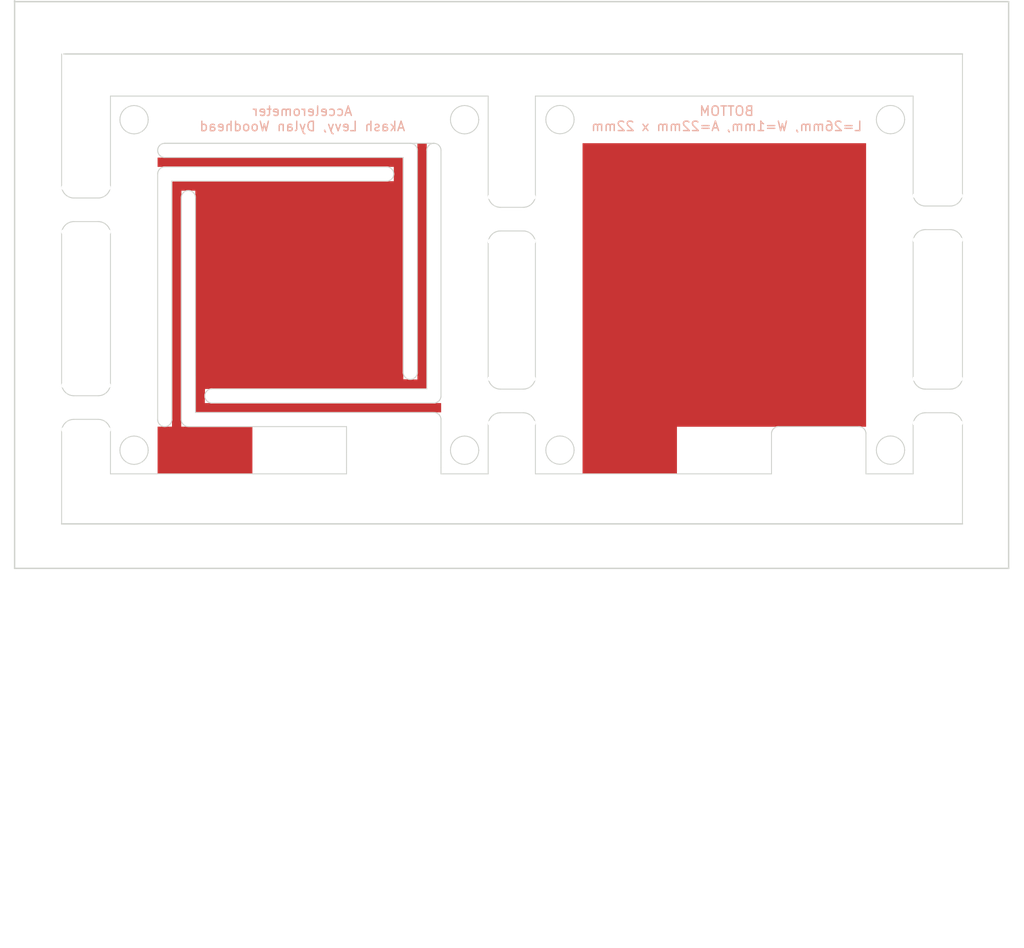
<source format=kicad_pcb>
(kicad_pcb (version 20171130) (host pcbnew "(5.1.4-0-10_14)")
  (layers (0 F.Cu signal) (31 B.Cu signal) (34 B.Paste user) (35 F.Paste user) (36 B.SilkS user) (37 F.SilkS user) (38 B.Mask user) (39 F.Mask user) (44 Edge.Cuts user))
  (net 0 "")
  (module LOGO (layer F.Cu) (at 0 0)
    (fp_text reference G*** hide)
    (fp_text value LOGO hide)
    (fp_poly (pts (xy -56.515 -59.012817) (xy -68.251917 -59.002159) (xy -79.988833 -58.9915) (xy -80.000394 -58.240083) (xy -80.011954 -57.488667) (xy -54.991 -57.488667) (xy -54.991 -56.515) (xy -80.983516 -56.515) (xy -80.994175 -68.251917) (xy -81.004833 -79.988833) (xy -82.4865 -79.988833) (xy -82.497154 -67.489917) (xy -82.507808 -54.991) (xy -74.972333 -54.991) (xy -74.972333 -49.995667) (xy -85.005333 -49.995667) (xy -85.005333 -54.991) (xy -83.481333 -54.991) (xy -83.481333 -80.983667) (xy -59.986333 -80.983667) (xy -59.986333 -82.507667) (xy -85.005333 -82.507667) (xy -85.005333 -83.481333) (xy -72.009075 -83.481334) (xy -59.012817 -83.481334) (xy -59.002159 -71.744417) (xy -58.9915 -60.0075) (xy -58.240083 -59.99594) (xy -57.488667 -59.98438) (xy -57.488667 -85.005333) (xy -56.515 -85.005333) (xy -56.515 -59.012817)) (layer F.Cu) (width 0.01))
    (fp_poly (pts (xy -9.990667 -54.991) (xy -30.014333 -54.991) (xy -30.014333 -49.995667) (xy -40.005 -49.995667) (xy -40.005 -85.005333) (xy -9.990667 -85.005333) (xy -9.990667 -54.991)) (layer F.Cu) (width 0.01))
  )
  (module LOGO (layer F.Cu) (at 0 0)
    (fp_text reference G*** hide)
    (fp_text value LOGO hide)
  )
  (gr_text "BOTTOM\nL=26mm, W=1mm, A=22mm x 22mm" (at -24.75 -87.61) (layer B.SilkS) (effects (font (size 1 1)) (justify mirror)))
  (gr_line (start 0.22 -44.7) (end -95.17 -44.7) (layer Edge.Cuts) (width 0.15))
  (gr_line (start -94.93 -94.46) (end 0.22 -94.46) (layer Edge.Cuts) (width 0.15))
  (gr_line (start -100.15 -100.1) (end -100.15 -99.9) (layer Edge.Cuts) (width 0.15))
  (gr_line (start -100.15 -39.99) (end -100.15 -100.1) (layer Edge.Cuts) (width 0.15))
  (gr_line (start 5.11 -39.99) (end -100.15 -39.99) (layer Edge.Cuts) (width 0.15))
  (gr_line (start 5.11 -100) (end 5.11 -39.99) (layer Edge.Cuts) (width 0.15))
  (gr_line (start -100 -100) (end 5.11 -100) (layer Edge.Cuts) (width 0.15))
  (gr_text "Accelerometer\nAkash Levy, Dylan Woodhead\n" (at -69.68 -87.6) (layer B.SilkS) (effects (font (size 1 1)) (justify mirror)))
  (gr_line (start -5.899998 -52.51) (end -5.899998 -52.51) (layer Edge.Cuts) (width 0.1))
  (gr_line (start -5.899998 -52.51) (end -5.899998 -52.51) (layer Edge.Cuts) (width 0.1))
  (gr_line (start -5.929086 -52.804002) (end -5.899998 -52.51) (layer Edge.Cuts) (width 0.1))
  (gr_line (start -6.014179 -53.084025) (end -5.929086 -52.804002) (layer Edge.Cuts) (width 0.1))
  (gr_line (start -6.152016 -53.342201) (end -6.014179 -53.084025) (layer Edge.Cuts) (width 0.1))
  (gr_line (start -6.339338 -53.57066) (end -6.152016 -53.342201) (layer Edge.Cuts) (width 0.1))
  (gr_line (start -6.567797 -53.757982) (end -6.339338 -53.57066) (layer Edge.Cuts) (width 0.1))
  (gr_line (start -6.825973 -53.895819) (end -6.567797 -53.757982) (layer Edge.Cuts) (width 0.1))
  (gr_line (start -7.105996 -53.980912) (end -6.825973 -53.895819) (layer Edge.Cuts) (width 0.1))
  (gr_line (start -7.399998 -54.01) (end -7.105996 -53.980912) (layer Edge.Cuts) (width 0.1))
  (gr_line (start -7.694 -53.980912) (end -7.399998 -54.01) (layer Edge.Cuts) (width 0.1))
  (gr_line (start -7.974023 -53.895819) (end -7.694 -53.980912) (layer Edge.Cuts) (width 0.1))
  (gr_line (start -8.232199 -53.757982) (end -7.974023 -53.895819) (layer Edge.Cuts) (width 0.1))
  (gr_line (start -8.460658 -53.57066) (end -8.232199 -53.757982) (layer Edge.Cuts) (width 0.1))
  (gr_line (start -8.64798 -53.342201) (end -8.460658 -53.57066) (layer Edge.Cuts) (width 0.1))
  (gr_line (start -8.785817 -53.084025) (end -8.64798 -53.342201) (layer Edge.Cuts) (width 0.1))
  (gr_line (start -8.87091 -52.804002) (end -8.785817 -53.084025) (layer Edge.Cuts) (width 0.1))
  (gr_line (start -8.899998 -52.51) (end -8.87091 -52.804002) (layer Edge.Cuts) (width 0.1))
  (gr_line (start -8.87091 -52.215998) (end -8.899998 -52.51) (layer Edge.Cuts) (width 0.1))
  (gr_line (start -8.785817 -51.935975) (end -8.87091 -52.215998) (layer Edge.Cuts) (width 0.1))
  (gr_line (start -8.64798 -51.677799) (end -8.785817 -51.935975) (layer Edge.Cuts) (width 0.1))
  (gr_line (start -8.460658 -51.44934) (end -8.64798 -51.677799) (layer Edge.Cuts) (width 0.1))
  (gr_line (start -8.232199 -51.262018) (end -8.460658 -51.44934) (layer Edge.Cuts) (width 0.1))
  (gr_line (start -7.974023 -51.124181) (end -8.232199 -51.262018) (layer Edge.Cuts) (width 0.1))
  (gr_line (start -7.694 -51.039088) (end -7.974023 -51.124181) (layer Edge.Cuts) (width 0.1))
  (gr_line (start -7.399998 -51.01) (end -7.694 -51.039088) (layer Edge.Cuts) (width 0.1))
  (gr_line (start -7.105996 -51.039088) (end -7.399998 -51.01) (layer Edge.Cuts) (width 0.1))
  (gr_line (start -6.825973 -51.124181) (end -7.105996 -51.039088) (layer Edge.Cuts) (width 0.1))
  (gr_line (start -6.567797 -51.262018) (end -6.825973 -51.124181) (layer Edge.Cuts) (width 0.1))
  (gr_line (start -6.339338 -51.44934) (end -6.567797 -51.262018) (layer Edge.Cuts) (width 0.1))
  (gr_line (start -6.152016 -51.677799) (end -6.339338 -51.44934) (layer Edge.Cuts) (width 0.1))
  (gr_line (start -6.014179 -51.935975) (end -6.152016 -51.677799) (layer Edge.Cuts) (width 0.1))
  (gr_line (start -5.929086 -52.215998) (end -6.014179 -51.935975) (layer Edge.Cuts) (width 0.1))
  (gr_line (start -5.899998 -52.51) (end -5.929086 -52.215998) (layer Edge.Cuts) (width 0.1))
  (gr_line (start -5.899998 -87.51) (end -5.899998 -87.51) (layer Edge.Cuts) (width 0.1))
  (gr_line (start -5.899998 -87.51) (end -5.899998 -87.51) (layer Edge.Cuts) (width 0.1))
  (gr_line (start -5.929086 -87.804002) (end -5.899998 -87.51) (layer Edge.Cuts) (width 0.1))
  (gr_line (start -6.014179 -88.084025) (end -5.929086 -87.804002) (layer Edge.Cuts) (width 0.1))
  (gr_line (start -6.152016 -88.342201) (end -6.014179 -88.084025) (layer Edge.Cuts) (width 0.1))
  (gr_line (start -6.339338 -88.57066) (end -6.152016 -88.342201) (layer Edge.Cuts) (width 0.1))
  (gr_line (start -6.567797 -88.757982) (end -6.339338 -88.57066) (layer Edge.Cuts) (width 0.1))
  (gr_line (start -6.825973 -88.895819) (end -6.567797 -88.757982) (layer Edge.Cuts) (width 0.1))
  (gr_line (start -7.105996 -88.980912) (end -6.825973 -88.895819) (layer Edge.Cuts) (width 0.1))
  (gr_line (start -7.399998 -89.01) (end -7.105996 -88.980912) (layer Edge.Cuts) (width 0.1))
  (gr_line (start -7.694 -88.980912) (end -7.399998 -89.01) (layer Edge.Cuts) (width 0.1))
  (gr_line (start -7.974023 -88.895819) (end -7.694 -88.980912) (layer Edge.Cuts) (width 0.1))
  (gr_line (start -8.232199 -88.757982) (end -7.974023 -88.895819) (layer Edge.Cuts) (width 0.1))
  (gr_line (start -8.460658 -88.57066) (end -8.232199 -88.757982) (layer Edge.Cuts) (width 0.1))
  (gr_line (start -8.64798 -88.342201) (end -8.460658 -88.57066) (layer Edge.Cuts) (width 0.1))
  (gr_line (start -8.785817 -88.084025) (end -8.64798 -88.342201) (layer Edge.Cuts) (width 0.1))
  (gr_line (start -8.87091 -87.804002) (end -8.785817 -88.084025) (layer Edge.Cuts) (width 0.1))
  (gr_line (start -8.899998 -87.51) (end -8.87091 -87.804002) (layer Edge.Cuts) (width 0.1))
  (gr_line (start -8.87091 -87.215998) (end -8.899998 -87.51) (layer Edge.Cuts) (width 0.1))
  (gr_line (start -8.785817 -86.935975) (end -8.87091 -87.215998) (layer Edge.Cuts) (width 0.1))
  (gr_line (start -8.64798 -86.677799) (end -8.785817 -86.935975) (layer Edge.Cuts) (width 0.1))
  (gr_line (start -8.460658 -86.44934) (end -8.64798 -86.677799) (layer Edge.Cuts) (width 0.1))
  (gr_line (start -8.232199 -86.262018) (end -8.460658 -86.44934) (layer Edge.Cuts) (width 0.1))
  (gr_line (start -7.974023 -86.124181) (end -8.232199 -86.262018) (layer Edge.Cuts) (width 0.1))
  (gr_line (start -7.694 -86.039088) (end -7.974023 -86.124181) (layer Edge.Cuts) (width 0.1))
  (gr_line (start -7.399998 -86.01) (end -7.694 -86.039088) (layer Edge.Cuts) (width 0.1))
  (gr_line (start -7.105996 -86.039088) (end -7.399998 -86.01) (layer Edge.Cuts) (width 0.1))
  (gr_line (start -6.825973 -86.124181) (end -7.105996 -86.039088) (layer Edge.Cuts) (width 0.1))
  (gr_line (start -6.567797 -86.262018) (end -6.825973 -86.124181) (layer Edge.Cuts) (width 0.1))
  (gr_line (start -6.339338 -86.44934) (end -6.567797 -86.262018) (layer Edge.Cuts) (width 0.1))
  (gr_line (start -6.152016 -86.677799) (end -6.339338 -86.44934) (layer Edge.Cuts) (width 0.1))
  (gr_line (start -6.014179 -86.935975) (end -6.152016 -86.677799) (layer Edge.Cuts) (width 0.1))
  (gr_line (start -5.929086 -87.215998) (end -6.014179 -86.935975) (layer Edge.Cuts) (width 0.1))
  (gr_line (start -5.899998 -87.51) (end -5.929086 -87.215998) (layer Edge.Cuts) (width 0.1))
  (gr_line (start -40.9 -52.51) (end -40.9 -52.51) (layer Edge.Cuts) (width 0.1))
  (gr_line (start -40.9 -52.51) (end -40.9 -52.51) (layer Edge.Cuts) (width 0.1))
  (gr_line (start -40.929088 -52.804002) (end -40.9 -52.51) (layer Edge.Cuts) (width 0.1))
  (gr_line (start -41.014181 -53.084025) (end -40.929088 -52.804002) (layer Edge.Cuts) (width 0.1))
  (gr_line (start -41.152018 -53.342201) (end -41.014181 -53.084025) (layer Edge.Cuts) (width 0.1))
  (gr_line (start -41.33934 -53.57066) (end -41.152018 -53.342201) (layer Edge.Cuts) (width 0.1))
  (gr_line (start -41.567799 -53.757982) (end -41.33934 -53.57066) (layer Edge.Cuts) (width 0.1))
  (gr_line (start -41.825975 -53.895819) (end -41.567799 -53.757982) (layer Edge.Cuts) (width 0.1))
  (gr_line (start -42.105998 -53.980912) (end -41.825975 -53.895819) (layer Edge.Cuts) (width 0.1))
  (gr_line (start -42.4 -54.01) (end -42.105998 -53.980912) (layer Edge.Cuts) (width 0.1))
  (gr_line (start -42.694002 -53.980912) (end -42.4 -54.01) (layer Edge.Cuts) (width 0.1))
  (gr_line (start -42.974025 -53.895819) (end -42.694002 -53.980912) (layer Edge.Cuts) (width 0.1))
  (gr_line (start -43.232201 -53.757982) (end -42.974025 -53.895819) (layer Edge.Cuts) (width 0.1))
  (gr_line (start -43.46066 -53.57066) (end -43.232201 -53.757982) (layer Edge.Cuts) (width 0.1))
  (gr_line (start -43.647982 -53.342201) (end -43.46066 -53.57066) (layer Edge.Cuts) (width 0.1))
  (gr_line (start -43.785819 -53.084025) (end -43.647982 -53.342201) (layer Edge.Cuts) (width 0.1))
  (gr_line (start -43.870912 -52.804002) (end -43.785819 -53.084025) (layer Edge.Cuts) (width 0.1))
  (gr_line (start -43.9 -52.51) (end -43.870912 -52.804002) (layer Edge.Cuts) (width 0.1))
  (gr_line (start -43.870912 -52.215998) (end -43.9 -52.51) (layer Edge.Cuts) (width 0.1))
  (gr_line (start -43.785819 -51.935975) (end -43.870912 -52.215998) (layer Edge.Cuts) (width 0.1))
  (gr_line (start -43.647982 -51.677799) (end -43.785819 -51.935975) (layer Edge.Cuts) (width 0.1))
  (gr_line (start -43.46066 -51.44934) (end -43.647982 -51.677799) (layer Edge.Cuts) (width 0.1))
  (gr_line (start -43.232201 -51.262018) (end -43.46066 -51.44934) (layer Edge.Cuts) (width 0.1))
  (gr_line (start -42.974025 -51.124181) (end -43.232201 -51.262018) (layer Edge.Cuts) (width 0.1))
  (gr_line (start -42.694002 -51.039088) (end -42.974025 -51.124181) (layer Edge.Cuts) (width 0.1))
  (gr_line (start -42.4 -51.01) (end -42.694002 -51.039088) (layer Edge.Cuts) (width 0.1))
  (gr_line (start -42.105998 -51.039088) (end -42.4 -51.01) (layer Edge.Cuts) (width 0.1))
  (gr_line (start -41.825975 -51.124181) (end -42.105998 -51.039088) (layer Edge.Cuts) (width 0.1))
  (gr_line (start -41.567799 -51.262018) (end -41.825975 -51.124181) (layer Edge.Cuts) (width 0.1))
  (gr_line (start -41.33934 -51.44934) (end -41.567799 -51.262018) (layer Edge.Cuts) (width 0.1))
  (gr_line (start -41.152018 -51.677799) (end -41.33934 -51.44934) (layer Edge.Cuts) (width 0.1))
  (gr_line (start -41.014181 -51.935975) (end -41.152018 -51.677799) (layer Edge.Cuts) (width 0.1))
  (gr_line (start -40.929088 -52.215998) (end -41.014181 -51.935975) (layer Edge.Cuts) (width 0.1))
  (gr_line (start -40.9 -52.51) (end -40.929088 -52.215998) (layer Edge.Cuts) (width 0.1))
  (gr_line (start -40.9 -87.51) (end -40.9 -87.51) (layer Edge.Cuts) (width 0.1))
  (gr_line (start -40.9 -87.51) (end -40.9 -87.51) (layer Edge.Cuts) (width 0.1))
  (gr_line (start -40.929088 -87.804002) (end -40.9 -87.51) (layer Edge.Cuts) (width 0.1))
  (gr_line (start -41.014181 -88.084025) (end -40.929088 -87.804002) (layer Edge.Cuts) (width 0.1))
  (gr_line (start -41.152018 -88.342201) (end -41.014181 -88.084025) (layer Edge.Cuts) (width 0.1))
  (gr_line (start -41.33934 -88.57066) (end -41.152018 -88.342201) (layer Edge.Cuts) (width 0.1))
  (gr_line (start -41.567799 -88.757982) (end -41.33934 -88.57066) (layer Edge.Cuts) (width 0.1))
  (gr_line (start -41.825975 -88.895819) (end -41.567799 -88.757982) (layer Edge.Cuts) (width 0.1))
  (gr_line (start -42.105998 -88.980912) (end -41.825975 -88.895819) (layer Edge.Cuts) (width 0.1))
  (gr_line (start -42.4 -89.01) (end -42.105998 -88.980912) (layer Edge.Cuts) (width 0.1))
  (gr_line (start -42.694002 -88.980912) (end -42.4 -89.01) (layer Edge.Cuts) (width 0.1))
  (gr_line (start -42.974025 -88.895819) (end -42.694002 -88.980912) (layer Edge.Cuts) (width 0.1))
  (gr_line (start -43.232201 -88.757982) (end -42.974025 -88.895819) (layer Edge.Cuts) (width 0.1))
  (gr_line (start -43.46066 -88.57066) (end -43.232201 -88.757982) (layer Edge.Cuts) (width 0.1))
  (gr_line (start -43.647982 -88.342201) (end -43.46066 -88.57066) (layer Edge.Cuts) (width 0.1))
  (gr_line (start -43.785819 -88.084025) (end -43.647982 -88.342201) (layer Edge.Cuts) (width 0.1))
  (gr_line (start -43.870912 -87.804002) (end -43.785819 -88.084025) (layer Edge.Cuts) (width 0.1))
  (gr_line (start -43.9 -87.51) (end -43.870912 -87.804002) (layer Edge.Cuts) (width 0.1))
  (gr_line (start -43.870912 -87.215998) (end -43.9 -87.51) (layer Edge.Cuts) (width 0.1))
  (gr_line (start -43.785819 -86.935975) (end -43.870912 -87.215998) (layer Edge.Cuts) (width 0.1))
  (gr_line (start -43.647982 -86.677799) (end -43.785819 -86.935975) (layer Edge.Cuts) (width 0.1))
  (gr_line (start -43.46066 -86.44934) (end -43.647982 -86.677799) (layer Edge.Cuts) (width 0.1))
  (gr_line (start -43.232201 -86.262018) (end -43.46066 -86.44934) (layer Edge.Cuts) (width 0.1))
  (gr_line (start -42.974025 -86.124181) (end -43.232201 -86.262018) (layer Edge.Cuts) (width 0.1))
  (gr_line (start -42.694002 -86.039088) (end -42.974025 -86.124181) (layer Edge.Cuts) (width 0.1))
  (gr_line (start -42.4 -86.01) (end -42.694002 -86.039088) (layer Edge.Cuts) (width 0.1))
  (gr_line (start -42.105998 -86.039088) (end -42.4 -86.01) (layer Edge.Cuts) (width 0.1))
  (gr_line (start -41.825975 -86.124181) (end -42.105998 -86.039088) (layer Edge.Cuts) (width 0.1))
  (gr_line (start -41.567799 -86.262018) (end -41.825975 -86.124181) (layer Edge.Cuts) (width 0.1))
  (gr_line (start -40.9 -87.51) (end -40.929088 -87.215998) (layer Edge.Cuts) (width 0.1))
  (gr_line (start -41.014181 -86.935975) (end -41.152018 -86.677799) (layer Edge.Cuts) (width 0.1))
  (gr_line (start -41.33934 -86.44934) (end -41.567799 -86.262018) (layer Edge.Cuts) (width 0.1))
  (gr_line (start -40.929088 -87.215998) (end -41.014181 -86.935975) (layer Edge.Cuts) (width 0.1))
  (gr_line (start -41.152018 -86.677799) (end -41.33934 -86.44934) (layer Edge.Cuts) (width 0.1))
  (gr_line (start -84.250057 -85.000399) (end -55.749989 -85.000399) (layer Edge.Cuts) (width 0.1))
  (gr_line (start -85.999907 -87.5) (end -86.028995 -87.205998) (layer Edge.Cuts) (width 0.1))
  (gr_line (start -86.028995 -87.205998) (end -86.114088 -86.925975) (layer Edge.Cuts) (width 0.1))
  (gr_line (start -86.114088 -86.925975) (end -86.251925 -86.667799) (layer Edge.Cuts) (width 0.1))
  (gr_line (start -86.251925 -86.667799) (end -86.439247 -86.43934) (layer Edge.Cuts) (width 0.1))
  (gr_line (start -86.439247 -86.43934) (end -86.667706 -86.252018) (layer Edge.Cuts) (width 0.1))
  (gr_line (start -86.667706 -86.252018) (end -86.925882 -86.114181) (layer Edge.Cuts) (width 0.1))
  (gr_line (start -86.925882 -86.114181) (end -87.205905 -86.029088) (layer Edge.Cuts) (width 0.1))
  (gr_line (start -87.205905 -86.029088) (end -87.499907 -86) (layer Edge.Cuts) (width 0.1))
  (gr_line (start -87.499907 -86) (end -87.793909 -86.029088) (layer Edge.Cuts) (width 0.1))
  (gr_line (start -87.793909 -86.029088) (end -88.073932 -86.114181) (layer Edge.Cuts) (width 0.1))
  (gr_line (start -88.073932 -86.114181) (end -88.332108 -86.252018) (layer Edge.Cuts) (width 0.1))
  (gr_line (start -88.332108 -86.252018) (end -88.560567 -86.43934) (layer Edge.Cuts) (width 0.1))
  (gr_line (start -88.560567 -86.43934) (end -88.747889 -86.667799) (layer Edge.Cuts) (width 0.1))
  (gr_line (start -88.747889 -86.667799) (end -88.885726 -86.925975) (layer Edge.Cuts) (width 0.1))
  (gr_line (start -88.885726 -86.925975) (end -88.970819 -87.205998) (layer Edge.Cuts) (width 0.1))
  (gr_line (start -88.970819 -87.205998) (end -88.999907 -87.5) (layer Edge.Cuts) (width 0.1))
  (gr_line (start -88.999907 -87.5) (end -88.970819 -87.794002) (layer Edge.Cuts) (width 0.1))
  (gr_line (start -88.970819 -87.794002) (end -88.885726 -88.074025) (layer Edge.Cuts) (width 0.1))
  (gr_line (start -88.885726 -88.074025) (end -88.747889 -88.332201) (layer Edge.Cuts) (width 0.1))
  (gr_line (start -88.747889 -88.332201) (end -88.560567 -88.56066) (layer Edge.Cuts) (width 0.1))
  (gr_line (start -88.560567 -88.56066) (end -88.332108 -88.747982) (layer Edge.Cuts) (width 0.1))
  (gr_line (start -88.332108 -88.747982) (end -88.073932 -88.885819) (layer Edge.Cuts) (width 0.1))
  (gr_line (start -88.073932 -88.885819) (end -87.793909 -88.970912) (layer Edge.Cuts) (width 0.1))
  (gr_line (start -87.793909 -88.970912) (end -87.499907 -89) (layer Edge.Cuts) (width 0.1))
  (gr_line (start -87.499907 -89) (end -87.205905 -88.970912) (layer Edge.Cuts) (width 0.1))
  (gr_line (start -87.205905 -88.970912) (end -86.925882 -88.885819) (layer Edge.Cuts) (width 0.1))
  (gr_line (start -86.925882 -88.885819) (end -86.667706 -88.747982) (layer Edge.Cuts) (width 0.1))
  (gr_line (start -86.667706 -88.747982) (end -86.439247 -88.56066) (layer Edge.Cuts) (width 0.1))
  (gr_line (start -86.439247 -88.56066) (end -86.251925 -88.332201) (layer Edge.Cuts) (width 0.1))
  (gr_line (start -86.251925 -88.332201) (end -86.114088 -88.074025) (layer Edge.Cuts) (width 0.1))
  (gr_line (start -86.114088 -88.074025) (end -86.028995 -87.794002) (layer Edge.Cuts) (width 0.1))
  (gr_line (start -86.028995 -87.794002) (end -85.999907 -87.5) (layer Edge.Cuts) (width 0.1))
  (gr_line (start -85.999907 -87.5) (end -85.999907 -87.5) (layer Edge.Cuts) (width 0.1))
  (gr_line (start -85.999907 -87.5) (end -85.999907 -87.5) (layer Edge.Cuts) (width 0.1))
  (gr_line (start -85.999907 -52.5) (end -86.028995 -52.205998) (layer Edge.Cuts) (width 0.1))
  (gr_line (start -86.028995 -52.205998) (end -86.114088 -51.925975) (layer Edge.Cuts) (width 0.1))
  (gr_line (start -86.114088 -51.925975) (end -86.251925 -51.667799) (layer Edge.Cuts) (width 0.1))
  (gr_line (start -86.251925 -51.667799) (end -86.439247 -51.43934) (layer Edge.Cuts) (width 0.1))
  (gr_line (start -86.439247 -51.43934) (end -86.667706 -51.252018) (layer Edge.Cuts) (width 0.1))
  (gr_line (start -86.667706 -51.252018) (end -86.925882 -51.114181) (layer Edge.Cuts) (width 0.1))
  (gr_line (start -86.925882 -51.114181) (end -87.205905 -51.029088) (layer Edge.Cuts) (width 0.1))
  (gr_line (start -87.205905 -51.029088) (end -87.499907 -51) (layer Edge.Cuts) (width 0.1))
  (gr_line (start -87.499907 -51) (end -87.793909 -51.029088) (layer Edge.Cuts) (width 0.1))
  (gr_line (start -87.793909 -51.029088) (end -88.073932 -51.114181) (layer Edge.Cuts) (width 0.1))
  (gr_line (start -88.073932 -51.114181) (end -88.332108 -51.252018) (layer Edge.Cuts) (width 0.1))
  (gr_line (start -88.332108 -51.252018) (end -88.560567 -51.43934) (layer Edge.Cuts) (width 0.1))
  (gr_line (start -88.560567 -51.43934) (end -88.747889 -51.667799) (layer Edge.Cuts) (width 0.1))
  (gr_line (start -88.747889 -51.667799) (end -88.885726 -51.925975) (layer Edge.Cuts) (width 0.1))
  (gr_line (start -88.885726 -51.925975) (end -88.970819 -52.205998) (layer Edge.Cuts) (width 0.1))
  (gr_line (start -88.970819 -52.205998) (end -88.999907 -52.5) (layer Edge.Cuts) (width 0.1))
  (gr_line (start -88.999907 -52.5) (end -88.970819 -52.794002) (layer Edge.Cuts) (width 0.1))
  (gr_line (start -88.970819 -52.794002) (end -88.885726 -53.074025) (layer Edge.Cuts) (width 0.1))
  (gr_line (start -88.885726 -53.074025) (end -88.747889 -53.332201) (layer Edge.Cuts) (width 0.1))
  (gr_line (start -88.747889 -53.332201) (end -88.560567 -53.56066) (layer Edge.Cuts) (width 0.1))
  (gr_line (start -88.560567 -53.56066) (end -88.332108 -53.747982) (layer Edge.Cuts) (width 0.1))
  (gr_line (start -88.332108 -53.747982) (end -88.073932 -53.885819) (layer Edge.Cuts) (width 0.1))
  (gr_line (start -88.073932 -53.885819) (end -87.793909 -53.970912) (layer Edge.Cuts) (width 0.1))
  (gr_line (start -87.793909 -53.970912) (end -87.499907 -54) (layer Edge.Cuts) (width 0.1))
  (gr_line (start -87.499907 -54) (end -87.205905 -53.970912) (layer Edge.Cuts) (width 0.1))
  (gr_line (start -87.205905 -53.970912) (end -86.925882 -53.885819) (layer Edge.Cuts) (width 0.1))
  (gr_line (start -86.925882 -53.885819) (end -86.667706 -53.747982) (layer Edge.Cuts) (width 0.1))
  (gr_line (start -86.667706 -53.747982) (end -86.439247 -53.56066) (layer Edge.Cuts) (width 0.1))
  (gr_line (start -86.439247 -53.56066) (end -86.251925 -53.332201) (layer Edge.Cuts) (width 0.1))
  (gr_line (start -86.251925 -53.332201) (end -86.114088 -53.074025) (layer Edge.Cuts) (width 0.1))
  (gr_line (start -86.114088 -53.074025) (end -86.028995 -52.794002) (layer Edge.Cuts) (width 0.1))
  (gr_line (start -86.028995 -52.794002) (end -85.999907 -52.5) (layer Edge.Cuts) (width 0.1))
  (gr_line (start -85.999907 -52.5) (end -85.999907 -52.5) (layer Edge.Cuts) (width 0.1))
  (gr_line (start -85.999907 -52.5) (end -85.999907 -52.5) (layer Edge.Cuts) (width 0.1))
  (gr_line (start -50.999905 -87.5) (end -51.028993 -87.205998) (layer Edge.Cuts) (width 0.1))
  (gr_line (start -51.028993 -87.205998) (end -51.114086 -86.925975) (layer Edge.Cuts) (width 0.1))
  (gr_line (start -51.114086 -86.925975) (end -51.251923 -86.667799) (layer Edge.Cuts) (width 0.1))
  (gr_line (start -51.251923 -86.667799) (end -51.439245 -86.43934) (layer Edge.Cuts) (width 0.1))
  (gr_line (start -51.439245 -86.43934) (end -51.667704 -86.252018) (layer Edge.Cuts) (width 0.1))
  (gr_line (start -51.667704 -86.252018) (end -51.92588 -86.114181) (layer Edge.Cuts) (width 0.1))
  (gr_line (start -51.92588 -86.114181) (end -52.205903 -86.029088) (layer Edge.Cuts) (width 0.1))
  (gr_line (start -52.205903 -86.029088) (end -52.499905 -86) (layer Edge.Cuts) (width 0.1))
  (gr_line (start -52.499905 -86) (end -52.793907 -86.029088) (layer Edge.Cuts) (width 0.1))
  (gr_line (start -52.793907 -86.029088) (end -53.07393 -86.114181) (layer Edge.Cuts) (width 0.1))
  (gr_line (start -53.07393 -86.114181) (end -53.332106 -86.252018) (layer Edge.Cuts) (width 0.1))
  (gr_line (start -53.332106 -86.252018) (end -53.560565 -86.43934) (layer Edge.Cuts) (width 0.1))
  (gr_line (start -53.560565 -86.43934) (end -53.747887 -86.667799) (layer Edge.Cuts) (width 0.1))
  (gr_line (start -53.747887 -86.667799) (end -53.885724 -86.925975) (layer Edge.Cuts) (width 0.1))
  (gr_line (start -53.885724 -86.925975) (end -53.970817 -87.205998) (layer Edge.Cuts) (width 0.1))
  (gr_line (start -53.970817 -87.205998) (end -53.999905 -87.5) (layer Edge.Cuts) (width 0.1))
  (gr_line (start -53.999905 -87.5) (end -53.970817 -87.794002) (layer Edge.Cuts) (width 0.1))
  (gr_line (start -53.970817 -87.794002) (end -53.885724 -88.074025) (layer Edge.Cuts) (width 0.1))
  (gr_line (start -53.885724 -88.074025) (end -53.747887 -88.332201) (layer Edge.Cuts) (width 0.1))
  (gr_line (start -53.747887 -88.332201) (end -53.560565 -88.56066) (layer Edge.Cuts) (width 0.1))
  (gr_line (start -53.560565 -88.56066) (end -53.332106 -88.747982) (layer Edge.Cuts) (width 0.1))
  (gr_line (start -53.332106 -88.747982) (end -53.07393 -88.885819) (layer Edge.Cuts) (width 0.1))
  (gr_line (start -53.07393 -88.885819) (end -52.793907 -88.970912) (layer Edge.Cuts) (width 0.1))
  (gr_line (start -52.793907 -88.970912) (end -52.499905 -89) (layer Edge.Cuts) (width 0.1))
  (gr_line (start -52.499905 -89) (end -52.205903 -88.970912) (layer Edge.Cuts) (width 0.1))
  (gr_line (start -52.205903 -88.970912) (end -51.92588 -88.885819) (layer Edge.Cuts) (width 0.1))
  (gr_line (start -51.92588 -88.885819) (end -51.667704 -88.747982) (layer Edge.Cuts) (width 0.1))
  (gr_line (start -51.667704 -88.747982) (end -51.439245 -88.56066) (layer Edge.Cuts) (width 0.1))
  (gr_line (start -51.439245 -88.56066) (end -51.251923 -88.332201) (layer Edge.Cuts) (width 0.1))
  (gr_line (start -51.251923 -88.332201) (end -51.114086 -88.074025) (layer Edge.Cuts) (width 0.1))
  (gr_line (start -51.114086 -88.074025) (end -51.028993 -87.794002) (layer Edge.Cuts) (width 0.1))
  (gr_line (start -51.028993 -87.794002) (end -50.999905 -87.5) (layer Edge.Cuts) (width 0.1))
  (gr_line (start -50.999905 -87.5) (end -50.999905 -87.5) (layer Edge.Cuts) (width 0.1))
  (gr_line (start -50.999905 -87.5) (end -50.999905 -87.5) (layer Edge.Cuts) (width 0.1))
  (gr_line (start -50.999905 -52.5) (end -51.028993 -52.205998) (layer Edge.Cuts) (width 0.1))
  (gr_line (start -51.028993 -52.205998) (end -51.114086 -51.925975) (layer Edge.Cuts) (width 0.1))
  (gr_line (start -51.114086 -51.925975) (end -51.251923 -51.667799) (layer Edge.Cuts) (width 0.1))
  (gr_line (start -51.251923 -51.667799) (end -51.439245 -51.43934) (layer Edge.Cuts) (width 0.1))
  (gr_line (start -51.439245 -51.43934) (end -51.667704 -51.252018) (layer Edge.Cuts) (width 0.1))
  (gr_line (start -51.667704 -51.252018) (end -51.92588 -51.114181) (layer Edge.Cuts) (width 0.1))
  (gr_line (start -51.92588 -51.114181) (end -52.205903 -51.029088) (layer Edge.Cuts) (width 0.1))
  (gr_line (start -52.205903 -51.029088) (end -52.499905 -51) (layer Edge.Cuts) (width 0.1))
  (gr_line (start -52.499905 -51) (end -52.793907 -51.029088) (layer Edge.Cuts) (width 0.1))
  (gr_line (start -52.793907 -51.029088) (end -53.07393 -51.114181) (layer Edge.Cuts) (width 0.1))
  (gr_line (start -53.07393 -51.114181) (end -53.332106 -51.252018) (layer Edge.Cuts) (width 0.1))
  (gr_line (start -53.332106 -51.252018) (end -53.560565 -51.43934) (layer Edge.Cuts) (width 0.1))
  (gr_line (start -53.560565 -51.43934) (end -53.747887 -51.667799) (layer Edge.Cuts) (width 0.1))
  (gr_line (start -53.747887 -51.667799) (end -53.885724 -51.925975) (layer Edge.Cuts) (width 0.1))
  (gr_line (start -53.885724 -51.925975) (end -53.970817 -52.205998) (layer Edge.Cuts) (width 0.1))
  (gr_line (start -53.970817 -52.205998) (end -53.999905 -52.5) (layer Edge.Cuts) (width 0.1))
  (gr_line (start -53.999905 -52.5) (end -53.970817 -52.794002) (layer Edge.Cuts) (width 0.1))
  (gr_line (start -53.970817 -52.794002) (end -53.885724 -53.074025) (layer Edge.Cuts) (width 0.1))
  (gr_line (start -53.885724 -53.074025) (end -53.747887 -53.332201) (layer Edge.Cuts) (width 0.1))
  (gr_line (start -53.747887 -53.332201) (end -53.560565 -53.56066) (layer Edge.Cuts) (width 0.1))
  (gr_line (start -53.560565 -53.56066) (end -53.332106 -53.747982) (layer Edge.Cuts) (width 0.1))
  (gr_line (start -53.332106 -53.747982) (end -53.07393 -53.885819) (layer Edge.Cuts) (width 0.1))
  (gr_line (start -53.07393 -53.885819) (end -52.793907 -53.970912) (layer Edge.Cuts) (width 0.1))
  (gr_line (start -52.793907 -53.970912) (end -52.499905 -54) (layer Edge.Cuts) (width 0.1))
  (gr_line (start -52.499905 -54) (end -52.205903 -53.970912) (layer Edge.Cuts) (width 0.1))
  (gr_line (start -52.205903 -53.970912) (end -51.92588 -53.885819) (layer Edge.Cuts) (width 0.1))
  (gr_line (start -51.92588 -53.885819) (end -51.667704 -53.747982) (layer Edge.Cuts) (width 0.1))
  (gr_line (start -51.667704 -53.747982) (end -51.439245 -53.56066) (layer Edge.Cuts) (width 0.1))
  (gr_line (start -51.439245 -53.56066) (end -51.251923 -53.332201) (layer Edge.Cuts) (width 0.1))
  (gr_line (start -51.251923 -53.332201) (end -51.114086 -53.074025) (layer Edge.Cuts) (width 0.1))
  (gr_line (start -51.114086 -53.074025) (end -51.028993 -52.794002) (layer Edge.Cuts) (width 0.1))
  (gr_line (start -51.028993 -52.794002) (end -50.999905 -52.5) (layer Edge.Cuts) (width 0.1))
  (gr_line (start -50.999905 -52.5) (end -50.999905 -52.5) (layer Edge.Cuts) (width 0.1))
  (gr_line (start -50.999905 -52.5) (end -50.999905 -52.5) (layer Edge.Cuts) (width 0.1))
  (gr_line (start -90.000094 -49.999952) (end -65.00007 -49.999952) (layer Edge.Cuts) (width 0.1))
  (gr_line (start -65.00007 -49.999952) (end -65.00007 -50.681048) (layer Edge.Cuts) (width 0.1))
  (gr_line (start -65.00007 -50.681048) (end -65.00007 -52.249943) (layer Edge.Cuts) (width 0.1))
  (gr_line (start -65.00007 -52.249943) (end -65.00007 -55.000165) (layer Edge.Cuts) (width 0.1))
  (gr_line (start -65.00007 -55.000165) (end -81.749952 -55.000165) (layer Edge.Cuts) (width 0.1))
  (gr_line (start -81.749952 -55.000165) (end -81.82685 -55.004021) (layer Edge.Cuts) (width 0.1))
  (gr_line (start -81.82685 -55.004021) (end -81.901487 -55.015342) (layer Edge.Cuts) (width 0.1))
  (gr_line (start -81.901487 -55.015342) (end -81.973488 -55.033757) (layer Edge.Cuts) (width 0.1))
  (gr_line (start -81.973488 -55.033757) (end -82.042481 -55.058895) (layer Edge.Cuts) (width 0.1))
  (gr_line (start -82.042481 -55.058895) (end -82.108095 -55.090386) (layer Edge.Cuts) (width 0.1))
  (gr_line (start -82.108095 -55.090386) (end -82.169957 -55.127858) (layer Edge.Cuts) (width 0.1))
  (gr_line (start -82.169957 -55.127858) (end -82.227694 -55.170941) (layer Edge.Cuts) (width 0.1))
  (gr_line (start -82.227694 -55.170941) (end -82.280935 -55.219264) (layer Edge.Cuts) (width 0.1))
  (gr_line (start -82.280935 -55.219264) (end -82.329306 -55.272457) (layer Edge.Cuts) (width 0.1))
  (gr_line (start -82.329306 -55.272457) (end -82.372436 -55.330147) (layer Edge.Cuts) (width 0.1))
  (gr_line (start -82.372436 -55.330147) (end -82.409952 -55.391965) (layer Edge.Cuts) (width 0.1))
  (gr_line (start -82.409952 -55.391965) (end -82.441482 -55.45754) (layer Edge.Cuts) (width 0.1))
  (gr_line (start -82.441482 -55.45754) (end -82.466653 -55.5265) (layer Edge.Cuts) (width 0.1))
  (gr_line (start -82.466653 -55.5265) (end -82.485094 -55.598476) (layer Edge.Cuts) (width 0.1))
  (gr_line (start -82.485094 -55.598476) (end -82.496431 -55.673096) (layer Edge.Cuts) (width 0.1))
  (gr_line (start -82.496431 -55.673096) (end -82.500293 -55.749989) (layer Edge.Cuts) (width 0.1))
  (gr_line (start -82.500293 -55.749989) (end -82.500293 -79.250362) (layer Edge.Cuts) (width 0.1))
  (gr_line (start -82.500293 -79.250362) (end -82.496431 -79.327256) (layer Edge.Cuts) (width 0.1))
  (gr_line (start -82.496431 -79.327256) (end -82.485094 -79.401875) (layer Edge.Cuts) (width 0.1))
  (gr_line (start -82.485094 -79.401875) (end -82.466653 -79.473851) (layer Edge.Cuts) (width 0.1))
  (gr_line (start -82.466653 -79.473851) (end -82.441482 -79.542812) (layer Edge.Cuts) (width 0.1))
  (gr_line (start -82.441482 -79.542812) (end -82.409952 -79.608386) (layer Edge.Cuts) (width 0.1))
  (gr_line (start -82.409952 -79.608386) (end -82.372436 -79.670205) (layer Edge.Cuts) (width 0.1))
  (gr_line (start -82.372436 -79.670205) (end -82.329306 -79.727895) (layer Edge.Cuts) (width 0.1))
  (gr_line (start -82.329306 -79.727895) (end -82.280935 -79.781087) (layer Edge.Cuts) (width 0.1))
  (gr_line (start -82.280935 -79.781087) (end -82.227694 -79.829411) (layer Edge.Cuts) (width 0.1))
  (gr_line (start -82.227694 -79.829411) (end -82.169957 -79.872494) (layer Edge.Cuts) (width 0.1))
  (gr_line (start -82.169957 -79.872494) (end -82.108095 -79.909966) (layer Edge.Cuts) (width 0.1))
  (gr_line (start -82.108095 -79.909966) (end -82.042481 -79.941457) (layer Edge.Cuts) (width 0.1))
  (gr_line (start -82.042481 -79.941457) (end -81.973488 -79.966595) (layer Edge.Cuts) (width 0.1))
  (gr_line (start -81.973488 -79.966595) (end -81.901487 -79.98501) (layer Edge.Cuts) (width 0.1))
  (gr_line (start -81.901487 -79.98501) (end -81.82685 -79.996331) (layer Edge.Cuts) (width 0.1))
  (gr_line (start -81.82685 -79.996331) (end -81.749952 -80.000187) (layer Edge.Cuts) (width 0.1))
  (gr_line (start -81.749952 -80.000187) (end -81.673058 -79.996331) (layer Edge.Cuts) (width 0.1))
  (gr_line (start -81.673058 -79.996331) (end -81.598439 -79.98501) (layer Edge.Cuts) (width 0.1))
  (gr_line (start -81.598439 -79.98501) (end -81.526463 -79.966595) (layer Edge.Cuts) (width 0.1))
  (gr_line (start -81.526463 -79.966595) (end -81.457502 -79.941457) (layer Edge.Cuts) (width 0.1))
  (gr_line (start -81.457502 -79.941457) (end -81.391927 -79.909966) (layer Edge.Cuts) (width 0.1))
  (gr_line (start -81.391927 -79.909966) (end -81.330109 -79.872494) (layer Edge.Cuts) (width 0.1))
  (gr_line (start -81.330109 -79.872494) (end -81.272419 -79.829411) (layer Edge.Cuts) (width 0.1))
  (gr_line (start -81.272419 -79.829411) (end -81.219226 -79.781087) (layer Edge.Cuts) (width 0.1))
  (gr_line (start -81.219226 -79.781087) (end -81.170903 -79.727895) (layer Edge.Cuts) (width 0.1))
  (gr_line (start -81.170903 -79.727895) (end -81.12782 -79.670205) (layer Edge.Cuts) (width 0.1))
  (gr_line (start -81.12782 -79.670205) (end -81.090348 -79.608386) (layer Edge.Cuts) (width 0.1))
  (gr_line (start -81.090348 -79.608386) (end -81.058857 -79.542812) (layer Edge.Cuts) (width 0.1))
  (gr_line (start -81.058857 -79.542812) (end -81.033718 -79.473851) (layer Edge.Cuts) (width 0.1))
  (gr_line (start -81.033718 -79.473851) (end -81.015303 -79.401875) (layer Edge.Cuts) (width 0.1))
  (gr_line (start -81.015303 -79.401875) (end -81.003982 -79.327256) (layer Edge.Cuts) (width 0.1))
  (gr_line (start -81.003982 -79.327256) (end -81.000126 -79.250362) (layer Edge.Cuts) (width 0.1))
  (gr_line (start -81.000126 -79.250362) (end -81.000126 -56.500331) (layer Edge.Cuts) (width 0.1))
  (gr_line (start -81.000126 -56.500331) (end -55.749989 -56.500331) (layer Edge.Cuts) (width 0.1))
  (gr_line (start -55.749989 -56.500331) (end -55.673055 -56.496464) (layer Edge.Cuts) (width 0.1))
  (gr_line (start -55.673055 -56.496464) (end -55.598419 -56.485113) (layer Edge.Cuts) (width 0.1))
  (gr_line (start -55.598419 -56.485113) (end -55.526445 -56.46665) (layer Edge.Cuts) (width 0.1))
  (gr_line (start -55.526445 -56.46665) (end -55.457498 -56.441448) (layer Edge.Cuts) (width 0.1))
  (gr_line (start -55.457498 -56.441448) (end -55.391942 -56.40988) (layer Edge.Cuts) (width 0.1))
  (gr_line (start -55.391942 -56.40988) (end -55.330142 -56.372318) (layer Edge.Cuts) (width 0.1))
  (gr_line (start -55.330142 -56.372318) (end -55.272464 -56.329136) (layer Edge.Cuts) (width 0.1))
  (gr_line (start -55.272464 -56.329136) (end -55.219271 -56.280706) (layer Edge.Cuts) (width 0.1))
  (gr_line (start -55.219271 -56.280706) (end -55.170932 -56.227646) (layer Edge.Cuts) (width 0.1))
  (gr_line (start -55.170932 -56.227646) (end -55.127805 -56.170118) (layer Edge.Cuts) (width 0.1))
  (gr_line (start -55.127805 -56.170118) (end -55.099117 -56.124096) (layer Edge.Cuts) (width 0.1))
  (gr_line (start -55.099117 -56.124096) (end -55.073766 -56.075906) (layer Edge.Cuts) (width 0.1))
  (gr_line (start -55.073766 -56.075906) (end -55.051903 -56.025706) (layer Edge.Cuts) (width 0.1))
  (gr_line (start -55.051903 -56.025706) (end -55.033678 -55.97365) (layer Edge.Cuts) (width 0.1))
  (gr_line (start -55.033678 -55.97365) (end -55.019242 -55.919895) (layer Edge.Cuts) (width 0.1))
  (gr_line (start -55.019242 -55.919895) (end -55.008744 -55.864595) (layer Edge.Cuts) (width 0.1))
  (gr_line (start -55.008744 -55.864595) (end -55.002334 -55.807908) (layer Edge.Cuts) (width 0.1))
  (gr_line (start -55.002334 -55.807908) (end -55.000165 -55.749989) (layer Edge.Cuts) (width 0.1))
  (gr_line (start -55.000165 -55.749989) (end -55.000165 -52.249943) (layer Edge.Cuts) (width 0.1))
  (gr_line (start -55.000165 -52.249943) (end -55.000165 -50.681048) (layer Edge.Cuts) (width 0.1))
  (gr_line (start -55.000165 -50.681048) (end -55.000165 -49.999952) (layer Edge.Cuts) (width 0.1))
  (gr_line (start -55.000165 -49.999952) (end -49.999952 -49.999952) (layer Edge.Cuts) (width 0.1))
  (gr_line (start -49.999952 -90.000094) (end -90.000094 -90.000094) (layer Edge.Cuts) (width 0.1))
  (gr_line (start -84.250057 -85.000399) (end -58.250095 -85.000399) (layer Edge.Cuts) (width 0.1))
  (gr_line (start -58.250095 -85.000399) (end -58.173201 -84.996537) (layer Edge.Cuts) (width 0.1))
  (gr_line (start -58.173201 -84.996537) (end -58.098581 -84.9852) (layer Edge.Cuts) (width 0.1))
  (gr_line (start -58.098581 -84.9852) (end -58.026605 -84.966759) (layer Edge.Cuts) (width 0.1))
  (gr_line (start -58.026605 -84.966759) (end -57.957644 -84.941588) (layer Edge.Cuts) (width 0.1))
  (gr_line (start -57.957644 -84.941588) (end -57.89207 -84.910058) (layer Edge.Cuts) (width 0.1))
  (gr_line (start -57.89207 -84.910058) (end -57.830251 -84.872542) (layer Edge.Cuts) (width 0.1))
  (gr_line (start -57.830251 -84.872542) (end -57.772561 -84.829412) (layer Edge.Cuts) (width 0.1))
  (gr_line (start -57.772561 -84.829412) (end -57.719368 -84.781041) (layer Edge.Cuts) (width 0.1))
  (gr_line (start -57.719368 -84.781041) (end -57.671045 -84.7278) (layer Edge.Cuts) (width 0.1))
  (gr_line (start -57.671045 -84.7278) (end -57.627962 -84.670063) (layer Edge.Cuts) (width 0.1))
  (gr_line (start -57.627962 -84.670063) (end -57.590489 -84.608201) (layer Edge.Cuts) (width 0.1))
  (gr_line (start -57.590489 -84.608201) (end -57.558999 -84.542587) (layer Edge.Cuts) (width 0.1))
  (gr_line (start -57.558999 -84.542587) (end -57.53386 -84.473593) (layer Edge.Cuts) (width 0.1))
  (gr_line (start -57.53386 -84.473593) (end -57.515445 -84.401592) (layer Edge.Cuts) (width 0.1))
  (gr_line (start -57.515445 -84.401592) (end -57.504124 -84.326956) (layer Edge.Cuts) (width 0.1))
  (gr_line (start -57.504124 -84.326956) (end -57.500268 -84.250057) (layer Edge.Cuts) (width 0.1))
  (gr_line (start -57.500268 -84.250057) (end -57.500268 -60.750201) (layer Edge.Cuts) (width 0.1))
  (gr_line (start -57.500268 -60.750201) (end -57.504124 -60.673307) (layer Edge.Cuts) (width 0.1))
  (gr_line (start -57.504124 -60.673307) (end -57.515445 -60.598687) (layer Edge.Cuts) (width 0.1))
  (gr_line (start -57.515445 -60.598687) (end -57.53386 -60.526711) (layer Edge.Cuts) (width 0.1))
  (gr_line (start -57.53386 -60.526711) (end -57.558999 -60.457751) (layer Edge.Cuts) (width 0.1))
  (gr_line (start -57.558999 -60.457751) (end -57.590489 -60.392176) (layer Edge.Cuts) (width 0.1))
  (gr_line (start -57.590489 -60.392176) (end -57.627962 -60.330357) (layer Edge.Cuts) (width 0.1))
  (gr_line (start -57.627962 -60.330357) (end -57.671045 -60.272667) (layer Edge.Cuts) (width 0.1))
  (gr_line (start -57.671045 -60.272667) (end -57.719368 -60.219474) (layer Edge.Cuts) (width 0.1))
  (gr_line (start -57.719368 -60.219474) (end -57.772561 -60.171151) (layer Edge.Cuts) (width 0.1))
  (gr_line (start -57.772561 -60.171151) (end -57.830251 -60.128068) (layer Edge.Cuts) (width 0.1))
  (gr_line (start -57.830251 -60.128068) (end -57.89207 -60.090595) (layer Edge.Cuts) (width 0.1))
  (gr_line (start -57.89207 -60.090595) (end -57.957644 -60.059105) (layer Edge.Cuts) (width 0.1))
  (gr_line (start -57.957644 -60.059105) (end -58.026605 -60.033966) (layer Edge.Cuts) (width 0.1))
  (gr_line (start -58.026605 -60.033966) (end -58.098581 -60.015551) (layer Edge.Cuts) (width 0.1))
  (gr_line (start -58.098581 -60.015551) (end -58.173201 -60.00423) (layer Edge.Cuts) (width 0.1))
  (gr_line (start -58.173201 -60.00423) (end -58.250095 -60.000374) (layer Edge.Cuts) (width 0.1))
  (gr_line (start -58.250095 -60.000374) (end -58.326988 -60.00423) (layer Edge.Cuts) (width 0.1))
  (gr_line (start -58.326988 -60.00423) (end -58.401607 -60.015551) (layer Edge.Cuts) (width 0.1))
  (gr_line (start -58.401607 -60.015551) (end -58.473583 -60.033966) (layer Edge.Cuts) (width 0.1))
  (gr_line (start -58.473583 -60.033966) (end -58.542543 -60.059105) (layer Edge.Cuts) (width 0.1))
  (gr_line (start -58.542543 -60.059105) (end -58.608118 -60.090595) (layer Edge.Cuts) (width 0.1))
  (gr_line (start -58.608118 -60.090595) (end -58.669936 -60.128068) (layer Edge.Cuts) (width 0.1))
  (gr_line (start -58.669936 -60.128068) (end -58.727626 -60.171151) (layer Edge.Cuts) (width 0.1))
  (gr_line (start -58.727626 -60.171151) (end -58.780819 -60.219474) (layer Edge.Cuts) (width 0.1))
  (gr_line (start -58.780819 -60.219474) (end -58.829142 -60.272667) (layer Edge.Cuts) (width 0.1))
  (gr_line (start -58.829142 -60.272667) (end -58.872225 -60.330357) (layer Edge.Cuts) (width 0.1))
  (gr_line (start -58.872225 -60.330357) (end -58.909697 -60.392176) (layer Edge.Cuts) (width 0.1))
  (gr_line (start -58.909697 -60.392176) (end -58.941188 -60.457751) (layer Edge.Cuts) (width 0.1))
  (gr_line (start -58.941188 -60.457751) (end -58.966326 -60.526711) (layer Edge.Cuts) (width 0.1))
  (gr_line (start -58.966326 -60.526711) (end -58.984741 -60.598687) (layer Edge.Cuts) (width 0.1))
  (gr_line (start -58.984741 -60.598687) (end -58.996062 -60.673307) (layer Edge.Cuts) (width 0.1))
  (gr_line (start -58.996062 -60.673307) (end -58.999918 -60.750201) (layer Edge.Cuts) (width 0.1))
  (gr_line (start -58.999918 -60.750201) (end -58.999918 -83.500232) (layer Edge.Cuts) (width 0.1))
  (gr_line (start -58.999918 -83.500232) (end -84.250057 -83.500232) (layer Edge.Cuts) (width 0.1))
  (gr_line (start -84.250057 -83.500232) (end -84.32695 -83.504088) (layer Edge.Cuts) (width 0.1))
  (gr_line (start -84.32695 -83.504088) (end -84.40157 -83.515409) (layer Edge.Cuts) (width 0.1))
  (gr_line (start -84.40157 -83.515409) (end -84.473546 -83.533824) (layer Edge.Cuts) (width 0.1))
  (gr_line (start -84.473546 -83.533824) (end -84.542506 -83.558963) (layer Edge.Cuts) (width 0.1))
  (gr_line (start -84.542506 -83.558963) (end -84.608081 -83.590453) (layer Edge.Cuts) (width 0.1))
  (gr_line (start -84.608081 -83.590453) (end -84.669899 -83.627926) (layer Edge.Cuts) (width 0.1))
  (gr_line (start -84.669899 -83.627926) (end -84.72759 -83.671009) (layer Edge.Cuts) (width 0.1))
  (gr_line (start -84.72759 -83.671009) (end -84.780782 -83.719332) (layer Edge.Cuts) (width 0.1))
  (gr_line (start -84.780782 -83.719332) (end -84.829105 -83.772525) (layer Edge.Cuts) (width 0.1))
  (gr_line (start -84.829105 -83.772525) (end -84.872189 -83.830215) (layer Edge.Cuts) (width 0.1))
  (gr_line (start -84.872189 -83.830215) (end -84.909661 -83.892033) (layer Edge.Cuts) (width 0.1))
  (gr_line (start -84.909661 -83.892033) (end -84.941152 -83.957608) (layer Edge.Cuts) (width 0.1))
  (gr_line (start -84.941152 -83.957608) (end -84.96629 -84.026569) (layer Edge.Cuts) (width 0.1))
  (gr_line (start -84.96629 -84.026569) (end -84.984705 -84.098544) (layer Edge.Cuts) (width 0.1))
  (gr_line (start -84.984705 -84.098544) (end -84.996026 -84.173164) (layer Edge.Cuts) (width 0.1))
  (gr_line (start -84.996026 -84.173164) (end -84.999882 -84.250057) (layer Edge.Cuts) (width 0.1))
  (gr_line (start -84.999882 -84.250057) (end -84.996026 -84.326956) (layer Edge.Cuts) (width 0.1))
  (gr_line (start -84.996026 -84.326956) (end -84.984705 -84.401592) (layer Edge.Cuts) (width 0.1))
  (gr_line (start -84.984705 -84.401592) (end -84.96629 -84.473593) (layer Edge.Cuts) (width 0.1))
  (gr_line (start -84.96629 -84.473593) (end -84.941152 -84.542587) (layer Edge.Cuts) (width 0.1))
  (gr_line (start -84.941152 -84.542587) (end -84.909661 -84.608201) (layer Edge.Cuts) (width 0.1))
  (gr_line (start -84.909661 -84.608201) (end -84.872189 -84.670063) (layer Edge.Cuts) (width 0.1))
  (gr_line (start -84.872189 -84.670063) (end -84.829105 -84.7278) (layer Edge.Cuts) (width 0.1))
  (gr_line (start -84.829105 -84.7278) (end -84.780782 -84.781041) (layer Edge.Cuts) (width 0.1))
  (gr_line (start -84.780782 -84.781041) (end -84.72759 -84.829412) (layer Edge.Cuts) (width 0.1))
  (gr_line (start -84.72759 -84.829412) (end -84.669899 -84.872542) (layer Edge.Cuts) (width 0.1))
  (gr_line (start -84.669899 -84.872542) (end -84.608081 -84.910058) (layer Edge.Cuts) (width 0.1))
  (gr_line (start -84.608081 -84.910058) (end -84.542506 -84.941588) (layer Edge.Cuts) (width 0.1))
  (gr_line (start -84.542506 -84.941588) (end -84.473546 -84.966759) (layer Edge.Cuts) (width 0.1))
  (gr_line (start -84.473546 -84.966759) (end -84.40157 -84.9852) (layer Edge.Cuts) (width 0.1))
  (gr_line (start -84.40157 -84.9852) (end -84.32695 -84.996537) (layer Edge.Cuts) (width 0.1))
  (gr_line (start -84.32695 -84.996537) (end -84.250057 -85.000399) (layer Edge.Cuts) (width 0.1))
  (gr_line (start -84.250057 -85.000399) (end -84.250057 -85.000399) (layer Edge.Cuts) (width 0.1))
  (gr_line (start -55.749989 -85.000399) (end -55.673095 -84.996537) (layer Edge.Cuts) (width 0.1))
  (gr_line (start -55.673095 -84.996537) (end -55.598476 -84.9852) (layer Edge.Cuts) (width 0.1))
  (gr_line (start -55.598476 -84.9852) (end -55.5265 -84.966759) (layer Edge.Cuts) (width 0.1))
  (gr_line (start -55.5265 -84.966759) (end -55.45754 -84.941588) (layer Edge.Cuts) (width 0.1))
  (gr_line (start -55.45754 -84.941588) (end -55.391965 -84.910058) (layer Edge.Cuts) (width 0.1))
  (gr_line (start -55.391965 -84.910058) (end -55.330147 -84.872542) (layer Edge.Cuts) (width 0.1))
  (gr_line (start -55.330147 -84.872542) (end -55.272456 -84.829412) (layer Edge.Cuts) (width 0.1))
  (gr_line (start -55.272456 -84.829412) (end -55.219263 -84.781041) (layer Edge.Cuts) (width 0.1))
  (gr_line (start -55.219263 -84.781041) (end -55.17094 -84.7278) (layer Edge.Cuts) (width 0.1))
  (gr_line (start -55.17094 -84.7278) (end -55.127857 -84.670063) (layer Edge.Cuts) (width 0.1))
  (gr_line (start -55.127857 -84.670063) (end -55.090385 -84.608201) (layer Edge.Cuts) (width 0.1))
  (gr_line (start -55.090385 -84.608201) (end -55.058894 -84.542587) (layer Edge.Cuts) (width 0.1))
  (gr_line (start -55.058894 -84.542587) (end -55.033756 -84.473593) (layer Edge.Cuts) (width 0.1))
  (gr_line (start -55.033756 -84.473593) (end -55.015341 -84.401592) (layer Edge.Cuts) (width 0.1))
  (gr_line (start -55.015341 -84.401592) (end -55.00402 -84.326956) (layer Edge.Cuts) (width 0.1))
  (gr_line (start -55.00402 -84.326956) (end -55.000165 -84.250057) (layer Edge.Cuts) (width 0.1))
  (gr_line (start -55.000165 -84.250057) (end -55.000165 -58.250095) (layer Edge.Cuts) (width 0.1))
  (gr_line (start -55.000165 -58.250095) (end -55.003124 -58.182694) (layer Edge.Cuts) (width 0.1))
  (gr_line (start -55.003124 -58.182694) (end -55.011835 -58.116996) (layer Edge.Cuts) (width 0.1))
  (gr_line (start -55.011835 -58.116996) (end -55.026049 -58.053248) (layer Edge.Cuts) (width 0.1))
  (gr_line (start -55.026049 -58.053248) (end -55.045519 -57.9917) (layer Edge.Cuts) (width 0.1))
  (gr_line (start -55.045519 -57.9917) (end -55.069996 -57.9326) (layer Edge.Cuts) (width 0.1))
  (gr_line (start -55.069996 -57.9326) (end -55.09923 -57.876197) (layer Edge.Cuts) (width 0.1))
  (gr_line (start -55.09923 -57.876197) (end -55.132974 -57.82274) (layer Edge.Cuts) (width 0.1))
  (gr_line (start -55.132974 -57.82274) (end -55.170978 -57.772478) (layer Edge.Cuts) (width 0.1))
  (gr_line (start -55.170978 -57.772478) (end -55.212995 -57.72566) (layer Edge.Cuts) (width 0.1))
  (gr_line (start -55.212995 -57.72566) (end -55.258775 -57.682534) (layer Edge.Cuts) (width 0.1))
  (gr_line (start -55.258775 -57.682534) (end -55.308071 -57.643349) (layer Edge.Cuts) (width 0.1))
  (gr_line (start -55.308071 -57.643349) (end -55.360633 -57.608354) (layer Edge.Cuts) (width 0.1))
  (gr_line (start -55.360633 -57.608354) (end -55.416213 -57.577799) (layer Edge.Cuts) (width 0.1))
  (gr_line (start -55.416213 -57.577799) (end -55.474562 -57.551931) (layer Edge.Cuts) (width 0.1))
  (gr_line (start -55.474562 -57.551931) (end -55.535433 -57.531) (layer Edge.Cuts) (width 0.1))
  (gr_line (start -55.535433 -57.531) (end -55.598575 -57.515254) (layer Edge.Cuts) (width 0.1))
  (gr_line (start -55.598575 -57.515254) (end -55.673147 -57.504036) (layer Edge.Cuts) (width 0.1))
  (gr_line (start -55.673147 -57.504036) (end -55.749989 -57.500279) (layer Edge.Cuts) (width 0.1))
  (gr_line (start -55.749989 -57.500279) (end -79.250362 -57.500279) (layer Edge.Cuts) (width 0.1))
  (gr_line (start -79.250362 -57.500279) (end -79.327256 -57.504135) (layer Edge.Cuts) (width 0.1))
  (gr_line (start -79.327256 -57.504135) (end -79.401875 -57.515456) (layer Edge.Cuts) (width 0.1))
  (gr_line (start -79.401875 -57.515456) (end -79.473851 -57.533871) (layer Edge.Cuts) (width 0.1))
  (gr_line (start -79.473851 -57.533871) (end -79.542812 -57.559009) (layer Edge.Cuts) (width 0.1))
  (gr_line (start -79.542812 -57.559009) (end -79.608386 -57.5905) (layer Edge.Cuts) (width 0.1))
  (gr_line (start -79.608386 -57.5905) (end -79.670205 -57.627972) (layer Edge.Cuts) (width 0.1))
  (gr_line (start -79.670205 -57.627972) (end -79.727895 -57.671056) (layer Edge.Cuts) (width 0.1))
  (gr_line (start -79.727895 -57.671056) (end -79.781087 -57.719379) (layer Edge.Cuts) (width 0.1))
  (gr_line (start -79.781087 -57.719379) (end -79.829411 -57.772571) (layer Edge.Cuts) (width 0.1))
  (gr_line (start -79.829411 -57.772571) (end -79.872494 -57.830262) (layer Edge.Cuts) (width 0.1))
  (gr_line (start -79.872494 -57.830262) (end -79.909966 -57.89208) (layer Edge.Cuts) (width 0.1))
  (gr_line (start -79.909966 -57.89208) (end -79.941457 -57.957655) (layer Edge.Cuts) (width 0.1))
  (gr_line (start -79.941457 -57.957655) (end -79.966595 -58.026616) (layer Edge.Cuts) (width 0.1))
  (gr_line (start -79.966595 -58.026616) (end -79.98501 -58.098592) (layer Edge.Cuts) (width 0.1))
  (gr_line (start -79.98501 -58.098592) (end -79.996331 -58.173212) (layer Edge.Cuts) (width 0.1))
  (gr_line (start -79.996331 -58.173212) (end -80.000187 -58.250105) (layer Edge.Cuts) (width 0.1))
  (gr_line (start -80.000187 -58.250105) (end -79.996331 -58.327004) (layer Edge.Cuts) (width 0.1))
  (gr_line (start -79.996331 -58.327004) (end -79.98501 -58.40164) (layer Edge.Cuts) (width 0.1))
  (gr_line (start -79.98501 -58.40164) (end -79.966595 -58.473641) (layer Edge.Cuts) (width 0.1))
  (gr_line (start -79.966595 -58.473641) (end -79.941457 -58.542635) (layer Edge.Cuts) (width 0.1))
  (gr_line (start -79.941457 -58.542635) (end -79.909966 -58.608249) (layer Edge.Cuts) (width 0.1))
  (gr_line (start -79.909966 -58.608249) (end -79.872494 -58.670111) (layer Edge.Cuts) (width 0.1))
  (gr_line (start -79.872494 -58.670111) (end -79.829411 -58.727848) (layer Edge.Cuts) (width 0.1))
  (gr_line (start -79.829411 -58.727848) (end -79.781087 -58.781089) (layer Edge.Cuts) (width 0.1))
  (gr_line (start -79.781087 -58.781089) (end -79.727895 -58.82946) (layer Edge.Cuts) (width 0.1))
  (gr_line (start -79.727895 -58.82946) (end -79.670205 -58.87259) (layer Edge.Cuts) (width 0.1))
  (gr_line (start -79.670205 -58.87259) (end -79.608386 -58.910106) (layer Edge.Cuts) (width 0.1))
  (gr_line (start -79.608386 -58.910106) (end -79.542812 -58.941636) (layer Edge.Cuts) (width 0.1))
  (gr_line (start -79.542812 -58.941636) (end -79.473851 -58.966808) (layer Edge.Cuts) (width 0.1))
  (gr_line (start -79.473851 -58.966808) (end -79.401875 -58.985248) (layer Edge.Cuts) (width 0.1))
  (gr_line (start -79.401875 -58.985248) (end -79.327256 -58.996586) (layer Edge.Cuts) (width 0.1))
  (gr_line (start -79.327256 -58.996586) (end -79.250362 -59.000448) (layer Edge.Cuts) (width 0.1))
  (gr_line (start -79.250362 -59.000448) (end -56.500331 -59.000448) (layer Edge.Cuts) (width 0.1))
  (gr_line (start -56.500331 -59.000448) (end -56.500331 -84.250057) (layer Edge.Cuts) (width 0.1))
  (gr_line (start -56.500331 -84.250057) (end -56.496469 -84.326956) (layer Edge.Cuts) (width 0.1))
  (gr_line (start -56.496469 -84.326956) (end -56.485132 -84.401592) (layer Edge.Cuts) (width 0.1))
  (gr_line (start -56.485132 -84.401592) (end -56.466691 -84.473593) (layer Edge.Cuts) (width 0.1))
  (gr_line (start -56.466691 -84.473593) (end -56.44152 -84.542587) (layer Edge.Cuts) (width 0.1))
  (gr_line (start -56.44152 -84.542587) (end -56.40999 -84.608201) (layer Edge.Cuts) (width 0.1))
  (gr_line (start -56.40999 -84.608201) (end -56.372473 -84.670063) (layer Edge.Cuts) (width 0.1))
  (gr_line (start -56.372473 -84.670063) (end -56.329343 -84.7278) (layer Edge.Cuts) (width 0.1))
  (gr_line (start -56.329343 -84.7278) (end -56.280972 -84.781041) (layer Edge.Cuts) (width 0.1))
  (gr_line (start -56.280972 -84.781041) (end -56.227731 -84.829412) (layer Edge.Cuts) (width 0.1))
  (gr_line (start -56.227731 -84.829412) (end -56.169994 -84.872542) (layer Edge.Cuts) (width 0.1))
  (gr_line (start -56.169994 -84.872542) (end -56.108132 -84.910058) (layer Edge.Cuts) (width 0.1))
  (gr_line (start -56.108132 -84.910058) (end -56.042518 -84.941588) (layer Edge.Cuts) (width 0.1))
  (gr_line (start -56.042518 -84.941588) (end -55.973525 -84.966759) (layer Edge.Cuts) (width 0.1))
  (gr_line (start -55.973525 -84.966759) (end -55.901523 -84.9852) (layer Edge.Cuts) (width 0.1))
  (gr_line (start -55.901523 -84.9852) (end -55.826887 -84.996537) (layer Edge.Cuts) (width 0.1))
  (gr_line (start -55.826887 -84.996537) (end -55.749989 -85.000399) (layer Edge.Cuts) (width 0.1))
  (gr_line (start -55.749989 -85.000399) (end -55.749989 -85.000399) (layer Edge.Cuts) (width 0.1))
  (gr_line (start -84.250057 -82.500293) (end -60.750201 -82.500293) (layer Edge.Cuts) (width 0.1))
  (gr_line (start -60.750201 -82.500293) (end -60.673307 -82.496437) (layer Edge.Cuts) (width 0.1))
  (gr_line (start -60.673307 -82.496437) (end -60.598687 -82.485116) (layer Edge.Cuts) (width 0.1))
  (gr_line (start -60.598687 -82.485116) (end -60.526711 -82.466701) (layer Edge.Cuts) (width 0.1))
  (gr_line (start -60.526711 -82.466701) (end -60.457751 -82.441563) (layer Edge.Cuts) (width 0.1))
  (gr_line (start -60.457751 -82.441563) (end -60.392176 -82.410072) (layer Edge.Cuts) (width 0.1))
  (gr_line (start -60.392176 -82.410072) (end -60.330357 -82.3726) (layer Edge.Cuts) (width 0.1))
  (gr_line (start -60.330357 -82.3726) (end -60.272667 -82.329516) (layer Edge.Cuts) (width 0.1))
  (gr_line (start -60.272667 -82.329516) (end -60.219474 -82.281193) (layer Edge.Cuts) (width 0.1))
  (gr_line (start -60.219474 -82.281193) (end -60.171151 -82.228001) (layer Edge.Cuts) (width 0.1))
  (gr_line (start -60.171151 -82.228001) (end -60.128068 -82.17031) (layer Edge.Cuts) (width 0.1))
  (gr_line (start -60.128068 -82.17031) (end -60.090595 -82.108492) (layer Edge.Cuts) (width 0.1))
  (gr_line (start -60.090595 -82.108492) (end -60.059105 -82.042917) (layer Edge.Cuts) (width 0.1))
  (gr_line (start -60.059105 -82.042917) (end -60.033966 -81.973957) (layer Edge.Cuts) (width 0.1))
  (gr_line (start -60.033966 -81.973957) (end -60.015551 -81.901981) (layer Edge.Cuts) (width 0.1))
  (gr_line (start -60.015551 -81.901981) (end -60.00423 -81.827361) (layer Edge.Cuts) (width 0.1))
  (gr_line (start -60.00423 -81.827361) (end -60.000374 -81.750468) (layer Edge.Cuts) (width 0.1))
  (gr_line (start -60.000374 -81.750468) (end -60.00423 -81.673569) (layer Edge.Cuts) (width 0.1))
  (gr_line (start -60.00423 -81.673569) (end -60.015551 -81.598933) (layer Edge.Cuts) (width 0.1))
  (gr_line (start -60.015551 -81.598933) (end -60.033966 -81.526932) (layer Edge.Cuts) (width 0.1))
  (gr_line (start -60.033966 -81.526932) (end -60.059105 -81.457938) (layer Edge.Cuts) (width 0.1))
  (gr_line (start -60.059105 -81.457938) (end -60.090595 -81.392324) (layer Edge.Cuts) (width 0.1))
  (gr_line (start -60.090595 -81.392324) (end -60.128068 -81.330463) (layer Edge.Cuts) (width 0.1))
  (gr_line (start -60.128068 -81.330463) (end -60.171151 -81.272725) (layer Edge.Cuts) (width 0.1))
  (gr_line (start -60.171151 -81.272725) (end -60.219474 -81.219485) (layer Edge.Cuts) (width 0.1))
  (gr_line (start -60.219474 -81.219485) (end -60.272667 -81.171113) (layer Edge.Cuts) (width 0.1))
  (gr_line (start -60.272667 -81.171113) (end -60.330357 -81.127984) (layer Edge.Cuts) (width 0.1))
  (gr_line (start -60.330357 -81.127984) (end -60.392176 -81.090467) (layer Edge.Cuts) (width 0.1))
  (gr_line (start -60.392176 -81.090467) (end -60.457751 -81.058938) (layer Edge.Cuts) (width 0.1))
  (gr_line (start -60.457751 -81.058938) (end -60.526711 -81.033766) (layer Edge.Cuts) (width 0.1))
  (gr_line (start -60.526711 -81.033766) (end -60.598687 -81.015326) (layer Edge.Cuts) (width 0.1))
  (gr_line (start -60.598687 -81.015326) (end -60.673307 -81.003988) (layer Edge.Cuts) (width 0.1))
  (gr_line (start -60.673307 -81.003988) (end -60.750201 -81.000126) (layer Edge.Cuts) (width 0.1))
  (gr_line (start -60.750201 -81.000126) (end -83.500232 -81.000126) (layer Edge.Cuts) (width 0.1))
  (gr_line (start -83.500232 -81.000126) (end -83.500232 -55.749989) (layer Edge.Cuts) (width 0.1))
  (gr_line (start -83.500232 -55.749989) (end -83.504088 -55.673095) (layer Edge.Cuts) (width 0.1))
  (gr_line (start -83.504088 -55.673095) (end -83.515409 -55.598475) (layer Edge.Cuts) (width 0.1))
  (gr_line (start -83.515409 -55.598475) (end -83.533824 -55.526499) (layer Edge.Cuts) (width 0.1))
  (gr_line (start -83.533824 -55.526499) (end -83.558963 -55.457539) (layer Edge.Cuts) (width 0.1))
  (gr_line (start -83.558963 -55.457539) (end -83.590453 -55.391964) (layer Edge.Cuts) (width 0.1))
  (gr_line (start -83.590453 -55.391964) (end -83.627926 -55.330146) (layer Edge.Cuts) (width 0.1))
  (gr_line (start -83.627926 -55.330146) (end -83.671009 -55.272456) (layer Edge.Cuts) (width 0.1))
  (gr_line (start -83.671009 -55.272456) (end -83.719332 -55.219263) (layer Edge.Cuts) (width 0.1))
  (gr_line (start -83.719332 -55.219263) (end -83.772525 -55.17094) (layer Edge.Cuts) (width 0.1))
  (gr_line (start -83.772525 -55.17094) (end -83.830215 -55.127858) (layer Edge.Cuts) (width 0.1))
  (gr_line (start -83.830215 -55.127858) (end -83.892033 -55.090385) (layer Edge.Cuts) (width 0.1))
  (gr_line (start -83.892033 -55.090385) (end -83.957608 -55.058895) (layer Edge.Cuts) (width 0.1))
  (gr_line (start -83.957608 -55.058895) (end -84.026569 -55.033757) (layer Edge.Cuts) (width 0.1))
  (gr_line (start -84.026569 -55.033757) (end -84.098544 -55.015342) (layer Edge.Cuts) (width 0.1))
  (gr_line (start -84.098544 -55.015342) (end -84.173164 -55.004021) (layer Edge.Cuts) (width 0.1))
  (gr_line (start -84.173164 -55.004021) (end -84.250057 -55.000165) (layer Edge.Cuts) (width 0.1))
  (gr_line (start -84.250057 -55.000165) (end -84.32695 -55.004021) (layer Edge.Cuts) (width 0.1))
  (gr_line (start -84.32695 -55.004021) (end -84.40157 -55.015342) (layer Edge.Cuts) (width 0.1))
  (gr_line (start -84.40157 -55.015342) (end -84.473546 -55.033757) (layer Edge.Cuts) (width 0.1))
  (gr_line (start -84.473546 -55.033757) (end -84.542506 -55.058895) (layer Edge.Cuts) (width 0.1))
  (gr_line (start -84.542506 -55.058895) (end -84.608081 -55.090385) (layer Edge.Cuts) (width 0.1))
  (gr_line (start -84.608081 -55.090385) (end -84.669899 -55.127858) (layer Edge.Cuts) (width 0.1))
  (gr_line (start -84.669899 -55.127858) (end -84.72759 -55.17094) (layer Edge.Cuts) (width 0.1))
  (gr_line (start -84.72759 -55.17094) (end -84.780782 -55.219263) (layer Edge.Cuts) (width 0.1))
  (gr_line (start -84.780782 -55.219263) (end -84.829105 -55.272456) (layer Edge.Cuts) (width 0.1))
  (gr_line (start -84.829105 -55.272456) (end -84.872189 -55.330146) (layer Edge.Cuts) (width 0.1))
  (gr_line (start -84.872189 -55.330146) (end -84.909661 -55.391964) (layer Edge.Cuts) (width 0.1))
  (gr_line (start -84.909661 -55.391964) (end -84.941152 -55.457539) (layer Edge.Cuts) (width 0.1))
  (gr_line (start -84.941152 -55.457539) (end -84.96629 -55.526499) (layer Edge.Cuts) (width 0.1))
  (gr_line (start -84.96629 -55.526499) (end -84.984705 -55.598475) (layer Edge.Cuts) (width 0.1))
  (gr_line (start -84.984705 -55.598475) (end -84.996026 -55.673095) (layer Edge.Cuts) (width 0.1))
  (gr_line (start -84.996026 -55.673095) (end -84.999882 -55.749989) (layer Edge.Cuts) (width 0.1))
  (gr_line (start -84.999882 -55.749989) (end -84.999882 -81.749952) (layer Edge.Cuts) (width 0.1))
  (gr_line (start -84.999882 -81.749952) (end -84.996026 -81.82685) (layer Edge.Cuts) (width 0.1))
  (gr_line (start -84.996026 -81.82685) (end -84.984705 -81.901487) (layer Edge.Cuts) (width 0.1))
  (gr_line (start -84.984705 -81.901487) (end -84.96629 -81.973488) (layer Edge.Cuts) (width 0.1))
  (gr_line (start -84.96629 -81.973488) (end -84.941152 -82.042481) (layer Edge.Cuts) (width 0.1))
  (gr_line (start -84.941152 -82.042481) (end -84.909661 -82.108095) (layer Edge.Cuts) (width 0.1))
  (gr_line (start -84.909661 -82.108095) (end -84.872189 -82.169957) (layer Edge.Cuts) (width 0.1))
  (gr_line (start -84.872189 -82.169957) (end -84.829105 -82.227694) (layer Edge.Cuts) (width 0.1))
  (gr_line (start -84.829105 -82.227694) (end -84.780782 -82.280935) (layer Edge.Cuts) (width 0.1))
  (gr_line (start -84.780782 -82.280935) (end -84.72759 -82.329306) (layer Edge.Cuts) (width 0.1))
  (gr_line (start -84.72759 -82.329306) (end -84.669899 -82.372436) (layer Edge.Cuts) (width 0.1))
  (gr_line (start -84.669899 -82.372436) (end -84.608081 -82.409952) (layer Edge.Cuts) (width 0.1))
  (gr_line (start -84.608081 -82.409952) (end -84.542506 -82.441482) (layer Edge.Cuts) (width 0.1))
  (gr_line (start -84.542506 -82.441482) (end -84.473546 -82.466653) (layer Edge.Cuts) (width 0.1))
  (gr_line (start -84.473546 -82.466653) (end -84.40157 -82.485094) (layer Edge.Cuts) (width 0.1))
  (gr_line (start -84.40157 -82.485094) (end -84.32695 -82.496431) (layer Edge.Cuts) (width 0.1))
  (gr_line (start -84.32695 -82.496431) (end -84.250057 -82.500293) (layer Edge.Cuts) (width 0.1))
  (gr_line (start -84.250057 -82.500293) (end -84.250057 -82.500293) (layer Edge.Cuts) (width 0.1))
  (gr_line (start -45.000256 -49.999952) (end -20.000232 -49.999952) (layer Edge.Cuts) (width 0.1))
  (gr_line (start -20.000232 -49.999952) (end -20.000232 -54.249822) (layer Edge.Cuts) (width 0.1))
  (gr_line (start -20.000232 -54.249822) (end -19.996371 -54.326721) (layer Edge.Cuts) (width 0.1))
  (gr_line (start -19.996371 -54.326721) (end -19.985033 -54.401357) (layer Edge.Cuts) (width 0.1))
  (gr_line (start -19.985033 -54.401357) (end -19.966593 -54.473358) (layer Edge.Cuts) (width 0.1))
  (gr_line (start -19.966593 -54.473358) (end -19.941421 -54.542351) (layer Edge.Cuts) (width 0.1))
  (gr_line (start -19.941421 -54.542351) (end -19.909892 -54.607965) (layer Edge.Cuts) (width 0.1))
  (gr_line (start -19.909892 -54.607965) (end -19.872376 -54.669827) (layer Edge.Cuts) (width 0.1))
  (gr_line (start -19.872376 -54.669827) (end -19.829246 -54.727564) (layer Edge.Cuts) (width 0.1))
  (gr_line (start -19.829246 -54.727564) (end -19.780874 -54.780805) (layer Edge.Cuts) (width 0.1))
  (gr_line (start -19.780874 -54.780805) (end -19.727634 -54.829176) (layer Edge.Cuts) (width 0.1))
  (gr_line (start -19.727634 -54.829176) (end -19.669897 -54.872306) (layer Edge.Cuts) (width 0.1))
  (gr_line (start -19.669897 -54.872306) (end -19.608035 -54.909822) (layer Edge.Cuts) (width 0.1))
  (gr_line (start -19.608035 -54.909822) (end -19.542421 -54.941352) (layer Edge.Cuts) (width 0.1))
  (gr_line (start -19.542421 -54.941352) (end -19.473427 -54.966524) (layer Edge.Cuts) (width 0.1))
  (gr_line (start -19.473427 -54.966524) (end -19.401426 -54.984965) (layer Edge.Cuts) (width 0.1))
  (gr_line (start -19.401426 -54.984965) (end -19.326789 -54.996302) (layer Edge.Cuts) (width 0.1))
  (gr_line (start -19.326789 -54.996302) (end -19.24989 -55.000165) (layer Edge.Cuts) (width 0.1))
  (gr_line (start -19.24989 -55.000165) (end -10.750151 -55.000165) (layer Edge.Cuts) (width 0.1))
  (gr_line (start -10.750151 -55.000165) (end -10.673252 -54.996303) (layer Edge.Cuts) (width 0.1))
  (gr_line (start -10.673252 -54.996303) (end -10.598616 -54.984965) (layer Edge.Cuts) (width 0.1))
  (gr_line (start -10.598616 -54.984965) (end -10.526615 -54.966525) (layer Edge.Cuts) (width 0.1))
  (gr_line (start -10.526615 -54.966525) (end -10.457621 -54.941353) (layer Edge.Cuts) (width 0.1))
  (gr_line (start -10.457621 -54.941353) (end -10.392008 -54.909823) (layer Edge.Cuts) (width 0.1))
  (gr_line (start -10.392008 -54.909823) (end -10.330146 -54.872307) (layer Edge.Cuts) (width 0.1))
  (gr_line (start -10.330146 -54.872307) (end -10.272409 -54.829177) (layer Edge.Cuts) (width 0.1))
  (gr_line (start -10.272409 -54.829177) (end -10.219168 -54.780806) (layer Edge.Cuts) (width 0.1))
  (gr_line (start -10.219168 -54.780806) (end -10.170797 -54.727565) (layer Edge.Cuts) (width 0.1))
  (gr_line (start -10.170797 -54.727565) (end -10.127668 -54.669828) (layer Edge.Cuts) (width 0.1))
  (gr_line (start -10.127668 -54.669828) (end -10.090152 -54.607966) (layer Edge.Cuts) (width 0.1))
  (gr_line (start -10.090152 -54.607966) (end -10.058622 -54.542352) (layer Edge.Cuts) (width 0.1))
  (gr_line (start -10.058622 -54.542352) (end -10.03345 -54.473358) (layer Edge.Cuts) (width 0.1))
  (gr_line (start -10.03345 -54.473358) (end -10.01501 -54.401357) (layer Edge.Cuts) (width 0.1))
  (gr_line (start -10.01501 -54.401357) (end -10.003673 -54.326721) (layer Edge.Cuts) (width 0.1))
  (gr_line (start -10.003673 -54.326721) (end -9.999811 -54.249822) (layer Edge.Cuts) (width 0.1))
  (gr_line (start -9.999811 -54.249822) (end -9.999811 -49.999952) (layer Edge.Cuts) (width 0.1))
  (gr_line (start -9.999811 -49.999952) (end -5.000114 -49.999952) (layer Edge.Cuts) (width 0.1))
  (gr_line (start -5.000114 -90.000094) (end -45.000256 -90.000094) (layer Edge.Cuts) (width 0.1))
  (gr_line (start -45.000256 -90.000094) (end -45.000256 -90.000094) (layer Edge.Cuts) (width 0.1))
  (gr_line (start -90.000094 -54.520002) (end -90.000094 -49.999952) (layer Edge.Cuts) (width 0.1))
  (module holes (layer F.Cu) (at -90.200094 -59.369973)
    (pad h0 np_thru_hole circle (at 0 0) (size 0.5 0.5) (drill 0.5) (layers *.Cu *.Mask))
    (pad h1 np_thru_hole circle (at 0 1.174992) (size 0.5 0.5) (drill 0.5) (layers *.Cu *.Mask))
    (pad h2 np_thru_hole circle (at 0 2.349984) (size 0.5 0.5) (drill 0.5) (layers *.Cu *.Mask))
    (pad h3 np_thru_hole circle (at 0 3.524976) (size 0.5 0.5) (drill 0.5) (layers *.Cu *.Mask))
    (pad h4 np_thru_hole circle (at 0 4.699968) (size 0.5 0.5) (drill 0.5) (layers *.Cu *.Mask))
  )
  (gr_line (start -95.17 -54.519995) (end -95.17 -44.7) (layer Edge.Cuts) (width 0.1))
  (module holes (layer F.Cu) (at -94.97 -54.669995)
    (pad h0 np_thru_hole circle (at 0 0) (size 0.5 0.5) (drill 0.5) (layers *.Cu *.Mask))
    (pad h1 np_thru_hole circle (at 0 -1.17499) (size 0.5 0.5) (drill 0.5) (layers *.Cu *.Mask))
    (pad h2 np_thru_hole circle (at 0 -2.34998) (size 0.5 0.5) (drill 0.5) (layers *.Cu *.Mask))
    (pad h3 np_thru_hole circle (at 0 -3.52497) (size 0.5 0.5) (drill 0.5) (layers *.Cu *.Mask))
    (pad h4 np_thru_hole circle (at 0 -4.69996) (size 0.5 0.5) (drill 0.5) (layers *.Cu *.Mask))
  )
  (gr_line (start -95.17 -59.519963) (end -95.162313 -59.420259) (layer Edge.Cuts) (width 0.1))
  (gr_line (start -90.000094 -59.519973) (end -90.007781 -59.420269) (layer Edge.Cuts) (width 0.1))
  (gr_line (start -95.162313 -59.420259) (end -95.146985 -59.321441) (layer Edge.Cuts) (width 0.1))
  (gr_line (start -90.007781 -59.420269) (end -90.023109 -59.321451) (layer Edge.Cuts) (width 0.1))
  (gr_line (start -95.146985 -59.321441) (end -95.124107 -59.224094) (layer Edge.Cuts) (width 0.1))
  (gr_line (start -90.023109 -59.321451) (end -90.045987 -59.224104) (layer Edge.Cuts) (width 0.1))
  (gr_line (start -95.124107 -59.224094) (end -95.093814 -59.128794) (layer Edge.Cuts) (width 0.1))
  (gr_line (start -90.045987 -59.224104) (end -90.07628 -59.128804) (layer Edge.Cuts) (width 0.1))
  (gr_line (start -95.093814 -59.128794) (end -95.056285 -59.036104) (layer Edge.Cuts) (width 0.1))
  (gr_line (start -90.07628 -59.128804) (end -90.113809 -59.036114) (layer Edge.Cuts) (width 0.1))
  (gr_line (start -95.056285 -59.036104) (end -95.011742 -58.946573) (layer Edge.Cuts) (width 0.1))
  (gr_line (start -90.113809 -59.036114) (end -90.158352 -58.946583) (layer Edge.Cuts) (width 0.1))
  (gr_line (start -95.011742 -58.946573) (end -94.960449 -58.860731) (layer Edge.Cuts) (width 0.1))
  (gr_line (start -90.158352 -58.946583) (end -90.209645 -58.860741) (layer Edge.Cuts) (width 0.1))
  (gr_line (start -94.960449 -58.860731) (end -94.902709 -58.779086) (layer Edge.Cuts) (width 0.1))
  (gr_line (start -90.209645 -58.860741) (end -90.267385 -58.779096) (layer Edge.Cuts) (width 0.1))
  (gr_line (start -94.902709 -58.779086) (end -94.838864 -58.702121) (layer Edge.Cuts) (width 0.1))
  (gr_line (start -90.267385 -58.779096) (end -90.33123 -58.702131) (layer Edge.Cuts) (width 0.1))
  (gr_line (start -94.838864 -58.702121) (end -94.769292 -58.630291) (layer Edge.Cuts) (width 0.1))
  (gr_line (start -90.33123 -58.702131) (end -90.400802 -58.630301) (layer Edge.Cuts) (width 0.1))
  (gr_line (start -94.769292 -58.630291) (end -94.694405 -58.564021) (layer Edge.Cuts) (width 0.1))
  (gr_line (start -90.400802 -58.630301) (end -90.475689 -58.564031) (layer Edge.Cuts) (width 0.1))
  (gr_line (start -94.694405 -58.564021) (end -94.614646 -58.503703) (layer Edge.Cuts) (width 0.1))
  (gr_line (start -90.475689 -58.564031) (end -90.555448 -58.503713) (layer Edge.Cuts) (width 0.1))
  (gr_line (start -94.614646 -58.503703) (end -94.530487 -58.449694) (layer Edge.Cuts) (width 0.1))
  (gr_line (start -90.555448 -58.503713) (end -90.639607 -58.449704) (layer Edge.Cuts) (width 0.1))
  (gr_line (start -94.530487 -58.449694) (end -94.442426 -58.402314) (layer Edge.Cuts) (width 0.1))
  (gr_line (start -90.639607 -58.449704) (end -90.727668 -58.402324) (layer Edge.Cuts) (width 0.1))
  (gr_line (start -94.442426 -58.402314) (end -94.350984 -58.361843) (layer Edge.Cuts) (width 0.1))
  (gr_line (start -90.727668 -58.402324) (end -90.81911 -58.361853) (layer Edge.Cuts) (width 0.1))
  (gr_line (start -94.350984 -58.361843) (end -94.256702 -58.328521) (layer Edge.Cuts) (width 0.1))
  (gr_line (start -90.81911 -58.361853) (end -90.913392 -58.328531) (layer Edge.Cuts) (width 0.1))
  (gr_line (start -94.256702 -58.328521) (end -94.160138 -58.302545) (layer Edge.Cuts) (width 0.1))
  (gr_line (start -90.913392 -58.328531) (end -91.009956 -58.302555) (layer Edge.Cuts) (width 0.1))
  (gr_line (start -94.160138 -58.302545) (end -94.061863 -58.284068) (layer Edge.Cuts) (width 0.1))
  (gr_line (start -91.009956 -58.302555) (end -91.108231 -58.284078) (layer Edge.Cuts) (width 0.1))
  (gr_line (start -94.061863 -58.284068) (end -93.962458 -58.2732) (layer Edge.Cuts) (width 0.1))
  (gr_line (start -91.108231 -58.284078) (end -91.207636 -58.27321) (layer Edge.Cuts) (width 0.1))
  (gr_line (start -93.962458 -58.2732) (end -93.862512 -58.270005) (layer Edge.Cuts) (width 0.1))
  (gr_line (start -91.207636 -58.27321) (end -91.307582 -58.270015) (layer Edge.Cuts) (width 0.1))
  (gr_line (start -91.307582 -58.270015) (end -93.862512 -58.270005) (layer Edge.Cuts) (width 0.1))
  (gr_line (start -90.000094 -54.520002) (end -90.007781 -54.619706) (layer Edge.Cuts) (width 0.1))
  (gr_line (start -95.17 -54.519995) (end -95.162313 -54.619699) (layer Edge.Cuts) (width 0.1))
  (gr_line (start -90.007781 -54.619706) (end -90.023109 -54.718524) (layer Edge.Cuts) (width 0.1))
  (gr_line (start -95.162313 -54.619699) (end -95.146985 -54.718517) (layer Edge.Cuts) (width 0.1))
  (gr_line (start -90.023109 -54.718524) (end -90.045987 -54.815871) (layer Edge.Cuts) (width 0.1))
  (gr_line (start -95.146985 -54.718517) (end -95.124107 -54.815864) (layer Edge.Cuts) (width 0.1))
  (gr_line (start -90.045987 -54.815871) (end -90.07628 -54.911171) (layer Edge.Cuts) (width 0.1))
  (gr_line (start -95.124107 -54.815864) (end -95.093814 -54.911164) (layer Edge.Cuts) (width 0.1))
  (gr_line (start -90.07628 -54.911171) (end -90.113809 -55.003861) (layer Edge.Cuts) (width 0.1))
  (gr_line (start -95.093814 -54.911164) (end -95.056285 -55.003854) (layer Edge.Cuts) (width 0.1))
  (gr_line (start -90.113809 -55.003861) (end -90.158352 -55.093392) (layer Edge.Cuts) (width 0.1))
  (gr_line (start -95.056285 -55.003854) (end -95.011742 -55.093385) (layer Edge.Cuts) (width 0.1))
  (gr_line (start -90.158352 -55.093392) (end -90.209645 -55.179234) (layer Edge.Cuts) (width 0.1))
  (gr_line (start -95.011742 -55.093385) (end -94.960449 -55.179227) (layer Edge.Cuts) (width 0.1))
  (gr_line (start -90.209645 -55.179234) (end -90.267385 -55.260879) (layer Edge.Cuts) (width 0.1))
  (gr_line (start -94.960449 -55.179227) (end -94.902709 -55.260872) (layer Edge.Cuts) (width 0.1))
  (gr_line (start -90.267385 -55.260879) (end -90.33123 -55.337844) (layer Edge.Cuts) (width 0.1))
  (gr_line (start -94.902709 -55.260872) (end -94.838864 -55.337837) (layer Edge.Cuts) (width 0.1))
  (gr_line (start -90.33123 -55.337844) (end -90.400802 -55.409674) (layer Edge.Cuts) (width 0.1))
  (gr_line (start -94.838864 -55.337837) (end -94.769292 -55.409667) (layer Edge.Cuts) (width 0.1))
  (gr_line (start -90.400802 -55.409674) (end -90.475689 -55.475944) (layer Edge.Cuts) (width 0.1))
  (gr_line (start -94.769292 -55.409667) (end -94.694405 -55.475937) (layer Edge.Cuts) (width 0.1))
  (gr_line (start -90.475689 -55.475944) (end -90.555448 -55.536262) (layer Edge.Cuts) (width 0.1))
  (gr_line (start -94.694405 -55.475937) (end -94.614646 -55.536255) (layer Edge.Cuts) (width 0.1))
  (gr_line (start -90.555448 -55.536262) (end -90.639607 -55.590271) (layer Edge.Cuts) (width 0.1))
  (gr_line (start -94.614646 -55.536255) (end -94.530487 -55.590264) (layer Edge.Cuts) (width 0.1))
  (gr_line (start -90.639607 -55.590271) (end -90.727668 -55.637651) (layer Edge.Cuts) (width 0.1))
  (gr_line (start -94.530487 -55.590264) (end -94.442426 -55.637644) (layer Edge.Cuts) (width 0.1))
  (gr_line (start -90.727668 -55.637651) (end -90.81911 -55.678122) (layer Edge.Cuts) (width 0.1))
  (gr_line (start -94.442426 -55.637644) (end -94.350984 -55.678115) (layer Edge.Cuts) (width 0.1))
  (gr_line (start -90.81911 -55.678122) (end -90.913392 -55.711444) (layer Edge.Cuts) (width 0.1))
  (gr_line (start -94.350984 -55.678115) (end -94.256702 -55.711437) (layer Edge.Cuts) (width 0.1))
  (gr_line (start -90.913392 -55.711444) (end -91.009956 -55.73742) (layer Edge.Cuts) (width 0.1))
  (gr_line (start -94.256702 -55.711437) (end -94.160138 -55.737413) (layer Edge.Cuts) (width 0.1))
  (gr_line (start -91.009956 -55.73742) (end -91.108231 -55.755897) (layer Edge.Cuts) (width 0.1))
  (gr_line (start -94.160138 -55.737413) (end -94.061863 -55.75589) (layer Edge.Cuts) (width 0.1))
  (gr_line (start -91.108231 -55.755897) (end -91.207636 -55.766765) (layer Edge.Cuts) (width 0.1))
  (gr_line (start -94.061863 -55.75589) (end -93.962458 -55.766758) (layer Edge.Cuts) (width 0.1))
  (gr_line (start -91.207636 -55.766765) (end -91.307582 -55.76996) (layer Edge.Cuts) (width 0.1))
  (gr_line (start -93.962458 -55.766758) (end -93.862512 -55.769953) (layer Edge.Cuts) (width 0.1))
  (gr_line (start -91.307582 -55.76996) (end -93.862512 -55.769953) (layer Edge.Cuts) (width 0.1))
  (gr_line (start -90.000094 -75.459992) (end -90.000094 -59.519973) (layer Edge.Cuts) (width 0.1))
  (gr_line (start -90.000094 -80.460005) (end -90.000094 -90.000094) (layer Edge.Cuts) (width 0.1))
  (module holes (layer F.Cu) (at -90.200094 -80.310005)
    (pad h0 np_thru_hole circle (at 0 0) (size 0.5 0.5) (drill 0.5) (layers *.Cu *.Mask))
    (pad h1 np_thru_hole circle (at 0 1.175001) (size 0.5 0.5) (drill 0.5) (layers *.Cu *.Mask))
    (pad h2 np_thru_hole circle (at 0 2.350002) (size 0.5 0.5) (drill 0.5) (layers *.Cu *.Mask))
    (pad h3 np_thru_hole circle (at 0 3.525003) (size 0.5 0.5) (drill 0.5) (layers *.Cu *.Mask))
    (pad h4 np_thru_hole circle (at 0 4.700004) (size 0.5 0.5) (drill 0.5) (layers *.Cu *.Mask))
  )
  (gr_line (start -95.17 -75.459992) (end -95.17 -59.519963) (layer Edge.Cuts) (width 0.1))
  (gr_line (start -95.17 -80.459998) (end -95.17 -94.46) (layer Edge.Cuts) (width 0.1))
  (module holes (layer F.Cu) (at -94.97 -75.609992)
    (pad h0 np_thru_hole circle (at 0 0) (size 0.5 0.5) (drill 0.5) (layers *.Cu *.Mask))
    (pad h1 np_thru_hole circle (at 0 -1.175003) (size 0.5 0.5) (drill 0.5) (layers *.Cu *.Mask))
    (pad h2 np_thru_hole circle (at 0 -2.350006) (size 0.5 0.5) (drill 0.5) (layers *.Cu *.Mask))
    (pad h3 np_thru_hole circle (at 0 -3.525009) (size 0.5 0.5) (drill 0.5) (layers *.Cu *.Mask))
    (pad h4 np_thru_hole circle (at 0 -4.700012) (size 0.5 0.5) (drill 0.5) (layers *.Cu *.Mask))
  )
  (gr_line (start -95.17 -80.459998) (end -95.162313 -80.360294) (layer Edge.Cuts) (width 0.1))
  (gr_line (start -90.000094 -80.460005) (end -90.007781 -80.360301) (layer Edge.Cuts) (width 0.1))
  (gr_line (start -95.162313 -80.360294) (end -95.146985 -80.261476) (layer Edge.Cuts) (width 0.1))
  (gr_line (start -90.007781 -80.360301) (end -90.023109 -80.261483) (layer Edge.Cuts) (width 0.1))
  (gr_line (start -95.146985 -80.261476) (end -95.124107 -80.164129) (layer Edge.Cuts) (width 0.1))
  (gr_line (start -90.023109 -80.261483) (end -90.045987 -80.164136) (layer Edge.Cuts) (width 0.1))
  (gr_line (start -95.124107 -80.164129) (end -95.093814 -80.068829) (layer Edge.Cuts) (width 0.1))
  (gr_line (start -90.045987 -80.164136) (end -90.07628 -80.068836) (layer Edge.Cuts) (width 0.1))
  (gr_line (start -95.093814 -80.068829) (end -95.056285 -79.976139) (layer Edge.Cuts) (width 0.1))
  (gr_line (start -90.07628 -80.068836) (end -90.113809 -79.976146) (layer Edge.Cuts) (width 0.1))
  (gr_line (start -95.056285 -79.976139) (end -95.011742 -79.886608) (layer Edge.Cuts) (width 0.1))
  (gr_line (start -90.113809 -79.976146) (end -90.158352 -79.886615) (layer Edge.Cuts) (width 0.1))
  (gr_line (start -95.011742 -79.886608) (end -94.960449 -79.800766) (layer Edge.Cuts) (width 0.1))
  (gr_line (start -90.158352 -79.886615) (end -90.209645 -79.800773) (layer Edge.Cuts) (width 0.1))
  (gr_line (start -94.960449 -79.800766) (end -94.902709 -79.719121) (layer Edge.Cuts) (width 0.1))
  (gr_line (start -90.209645 -79.800773) (end -90.267385 -79.719128) (layer Edge.Cuts) (width 0.1))
  (gr_line (start -94.902709 -79.719121) (end -94.838864 -79.642156) (layer Edge.Cuts) (width 0.1))
  (gr_line (start -90.267385 -79.719128) (end -90.33123 -79.642163) (layer Edge.Cuts) (width 0.1))
  (gr_line (start -94.838864 -79.642156) (end -94.769292 -79.570326) (layer Edge.Cuts) (width 0.1))
  (gr_line (start -90.33123 -79.642163) (end -90.400802 -79.570333) (layer Edge.Cuts) (width 0.1))
  (gr_line (start -94.769292 -79.570326) (end -94.694405 -79.504056) (layer Edge.Cuts) (width 0.1))
  (gr_line (start -90.400802 -79.570333) (end -90.475689 -79.504063) (layer Edge.Cuts) (width 0.1))
  (gr_line (start -94.694405 -79.504056) (end -94.614646 -79.443738) (layer Edge.Cuts) (width 0.1))
  (gr_line (start -90.475689 -79.504063) (end -90.555448 -79.443745) (layer Edge.Cuts) (width 0.1))
  (gr_line (start -94.614646 -79.443738) (end -94.530487 -79.389729) (layer Edge.Cuts) (width 0.1))
  (gr_line (start -90.555448 -79.443745) (end -90.639607 -79.389736) (layer Edge.Cuts) (width 0.1))
  (gr_line (start -94.530487 -79.389729) (end -94.442426 -79.342349) (layer Edge.Cuts) (width 0.1))
  (gr_line (start -90.639607 -79.389736) (end -90.727668 -79.342356) (layer Edge.Cuts) (width 0.1))
  (gr_line (start -94.442426 -79.342349) (end -94.350984 -79.301878) (layer Edge.Cuts) (width 0.1))
  (gr_line (start -90.727668 -79.342356) (end -90.81911 -79.301885) (layer Edge.Cuts) (width 0.1))
  (gr_line (start -94.350984 -79.301878) (end -94.256702 -79.268556) (layer Edge.Cuts) (width 0.1))
  (gr_line (start -90.81911 -79.301885) (end -90.913392 -79.268563) (layer Edge.Cuts) (width 0.1))
  (gr_line (start -94.256702 -79.268556) (end -94.160138 -79.24258) (layer Edge.Cuts) (width 0.1))
  (gr_line (start -90.913392 -79.268563) (end -91.009956 -79.242587) (layer Edge.Cuts) (width 0.1))
  (gr_line (start -94.160138 -79.24258) (end -94.061863 -79.224103) (layer Edge.Cuts) (width 0.1))
  (gr_line (start -91.009956 -79.242587) (end -91.108231 -79.22411) (layer Edge.Cuts) (width 0.1))
  (gr_line (start -94.061863 -79.224103) (end -93.962458 -79.213235) (layer Edge.Cuts) (width 0.1))
  (gr_line (start -91.108231 -79.22411) (end -91.207636 -79.213242) (layer Edge.Cuts) (width 0.1))
  (gr_line (start -93.962458 -79.213235) (end -93.862512 -79.21004) (layer Edge.Cuts) (width 0.1))
  (gr_line (start -91.207636 -79.213242) (end -91.307582 -79.210047) (layer Edge.Cuts) (width 0.1))
  (gr_line (start -91.307582 -79.210047) (end -93.862512 -79.21004) (layer Edge.Cuts) (width 0.1))
  (gr_line (start -95.17 -75.459992) (end -95.162313 -75.559696) (layer Edge.Cuts) (width 0.1))
  (gr_line (start -90.000094 -75.459992) (end -90.007781 -75.559696) (layer Edge.Cuts) (width 0.1))
  (gr_line (start -95.162313 -75.559696) (end -95.146985 -75.658514) (layer Edge.Cuts) (width 0.1))
  (gr_line (start -90.007781 -75.559696) (end -90.023109 -75.658514) (layer Edge.Cuts) (width 0.1))
  (gr_line (start -95.146985 -75.658514) (end -95.124107 -75.755861) (layer Edge.Cuts) (width 0.1))
  (gr_line (start -90.023109 -75.658514) (end -90.045987 -75.755861) (layer Edge.Cuts) (width 0.1))
  (gr_line (start -95.124107 -75.755861) (end -95.093814 -75.851161) (layer Edge.Cuts) (width 0.1))
  (gr_line (start -90.045987 -75.755861) (end -90.07628 -75.851161) (layer Edge.Cuts) (width 0.1))
  (gr_line (start -95.093814 -75.851161) (end -95.056285 -75.943851) (layer Edge.Cuts) (width 0.1))
  (gr_line (start -90.07628 -75.851161) (end -90.113809 -75.943851) (layer Edge.Cuts) (width 0.1))
  (gr_line (start -95.056285 -75.943851) (end -95.011742 -76.033382) (layer Edge.Cuts) (width 0.1))
  (gr_line (start -90.113809 -75.943851) (end -90.158352 -76.033382) (layer Edge.Cuts) (width 0.1))
  (gr_line (start -95.011742 -76.033382) (end -94.960449 -76.119224) (layer Edge.Cuts) (width 0.1))
  (gr_line (start -90.158352 -76.033382) (end -90.209645 -76.119224) (layer Edge.Cuts) (width 0.1))
  (gr_line (start -94.960449 -76.119224) (end -94.902709 -76.200869) (layer Edge.Cuts) (width 0.1))
  (gr_line (start -90.209645 -76.119224) (end -90.267385 -76.200869) (layer Edge.Cuts) (width 0.1))
  (gr_line (start -94.902709 -76.200869) (end -94.838864 -76.277834) (layer Edge.Cuts) (width 0.1))
  (gr_line (start -90.267385 -76.200869) (end -90.33123 -76.277834) (layer Edge.Cuts) (width 0.1))
  (gr_line (start -94.838864 -76.277834) (end -94.769292 -76.349664) (layer Edge.Cuts) (width 0.1))
  (gr_line (start -90.33123 -76.277834) (end -90.400802 -76.349664) (layer Edge.Cuts) (width 0.1))
  (gr_line (start -94.769292 -76.349664) (end -94.694405 -76.415934) (layer Edge.Cuts) (width 0.1))
  (gr_line (start -90.400802 -76.349664) (end -90.475689 -76.415934) (layer Edge.Cuts) (width 0.1))
  (gr_line (start -94.694405 -76.415934) (end -94.614646 -76.476252) (layer Edge.Cuts) (width 0.1))
  (gr_line (start -90.475689 -76.415934) (end -90.555448 -76.476252) (layer Edge.Cuts) (width 0.1))
  (gr_line (start -94.614646 -76.476252) (end -94.530487 -76.530261) (layer Edge.Cuts) (width 0.1))
  (gr_line (start -90.555448 -76.476252) (end -90.639607 -76.530261) (layer Edge.Cuts) (width 0.1))
  (gr_line (start -94.530487 -76.530261) (end -94.442426 -76.577641) (layer Edge.Cuts) (width 0.1))
  (gr_line (start -90.639607 -76.530261) (end -90.727668 -76.577641) (layer Edge.Cuts) (width 0.1))
  (gr_line (start -94.442426 -76.577641) (end -94.350984 -76.618112) (layer Edge.Cuts) (width 0.1))
  (gr_line (start -90.727668 -76.577641) (end -90.81911 -76.618112) (layer Edge.Cuts) (width 0.1))
  (gr_line (start -94.350984 -76.618112) (end -94.256702 -76.651434) (layer Edge.Cuts) (width 0.1))
  (gr_line (start -90.81911 -76.618112) (end -90.913392 -76.651434) (layer Edge.Cuts) (width 0.1))
  (gr_line (start -94.256702 -76.651434) (end -94.160138 -76.67741) (layer Edge.Cuts) (width 0.1))
  (gr_line (start -90.913392 -76.651434) (end -91.009956 -76.67741) (layer Edge.Cuts) (width 0.1))
  (gr_line (start -94.160138 -76.67741) (end -94.061863 -76.695887) (layer Edge.Cuts) (width 0.1))
  (gr_line (start -91.009956 -76.67741) (end -91.108231 -76.695887) (layer Edge.Cuts) (width 0.1))
  (gr_line (start -94.061863 -76.695887) (end -93.962458 -76.706755) (layer Edge.Cuts) (width 0.1))
  (gr_line (start -91.108231 -76.695887) (end -91.207636 -76.706755) (layer Edge.Cuts) (width 0.1))
  (gr_line (start -93.962458 -76.706755) (end -93.862512 -76.70995) (layer Edge.Cuts) (width 0.1))
  (gr_line (start -91.207636 -76.706755) (end -91.307582 -76.70995) (layer Edge.Cuts) (width 0.1))
  (gr_line (start -91.307582 -76.70995) (end -93.862512 -76.70995) (layer Edge.Cuts) (width 0.1))
  (gr_line (start -5.000114 -55.219997) (end -5.000114 -49.999952) (layer Edge.Cuts) (width 0.1))
  (module holes (layer F.Cu) (at -4.800114 -55.369997)
    (pad h0 np_thru_hole circle (at 0 0) (size 0.5 0.5) (drill 0.5) (layers *.Cu *.Mask))
    (pad h1 np_thru_hole circle (at 0 -1.175003) (size 0.5 0.5) (drill 0.5) (layers *.Cu *.Mask))
    (pad h2 np_thru_hole circle (at 0 -2.350006) (size 0.5 0.5) (drill 0.5) (layers *.Cu *.Mask))
    (pad h3 np_thru_hole circle (at 0 -3.525009) (size 0.5 0.5) (drill 0.5) (layers *.Cu *.Mask))
    (pad h4 np_thru_hole circle (at 0 -4.700012) (size 0.5 0.5) (drill 0.5) (layers *.Cu *.Mask))
  )
  (gr_line (start 0.22 -55.219997) (end 0.22 -44.7) (layer Edge.Cuts) (width 0.1))
  (module holes (layer F.Cu) (at 0.02 -60.069973)
    (pad h0 np_thru_hole circle (at 0 0) (size 0.5 0.5) (drill 0.5) (layers *.Cu *.Mask))
    (pad h1 np_thru_hole circle (at 0 1.174994) (size 0.5 0.5) (drill 0.5) (layers *.Cu *.Mask))
    (pad h2 np_thru_hole circle (at 0 2.349988) (size 0.5 0.5) (drill 0.5) (layers *.Cu *.Mask))
    (pad h3 np_thru_hole circle (at 0 3.524982) (size 0.5 0.5) (drill 0.5) (layers *.Cu *.Mask))
    (pad h4 np_thru_hole circle (at 0 4.699976) (size 0.5 0.5) (drill 0.5) (layers *.Cu *.Mask))
  )
  (gr_line (start 0.22 -55.219997) (end 0.212313 -55.319701) (layer Edge.Cuts) (width 0.1))
  (gr_line (start -5.000114 -55.219997) (end -4.992427 -55.319701) (layer Edge.Cuts) (width 0.1))
  (gr_line (start 0.212313 -55.319701) (end 0.196985 -55.418519) (layer Edge.Cuts) (width 0.1))
  (gr_line (start -4.992427 -55.319701) (end -4.977099 -55.418519) (layer Edge.Cuts) (width 0.1))
  (gr_line (start 0.196985 -55.418519) (end 0.174107 -55.515866) (layer Edge.Cuts) (width 0.1))
  (gr_line (start -4.977099 -55.418519) (end -4.954221 -55.515866) (layer Edge.Cuts) (width 0.1))
  (gr_line (start 0.174107 -55.515866) (end 0.143814 -55.611166) (layer Edge.Cuts) (width 0.1))
  (gr_line (start -4.954221 -55.515866) (end -4.923928 -55.611166) (layer Edge.Cuts) (width 0.1))
  (gr_line (start 0.143814 -55.611166) (end 0.106285 -55.703856) (layer Edge.Cuts) (width 0.1))
  (gr_line (start -4.923928 -55.611166) (end -4.886399 -55.703856) (layer Edge.Cuts) (width 0.1))
  (gr_line (start 0.106285 -55.703856) (end 0.061742 -55.793387) (layer Edge.Cuts) (width 0.1))
  (gr_line (start -4.886399 -55.703856) (end -4.841856 -55.793387) (layer Edge.Cuts) (width 0.1))
  (gr_line (start 0.061742 -55.793387) (end 0.010449 -55.879229) (layer Edge.Cuts) (width 0.1))
  (gr_line (start -4.841856 -55.793387) (end -4.790563 -55.879229) (layer Edge.Cuts) (width 0.1))
  (gr_line (start 0.010449 -55.879229) (end -0.047291 -55.960874) (layer Edge.Cuts) (width 0.1))
  (gr_line (start -4.790563 -55.879229) (end -4.732823 -55.960874) (layer Edge.Cuts) (width 0.1))
  (gr_line (start -0.047291 -55.960874) (end -0.111136 -56.037839) (layer Edge.Cuts) (width 0.1))
  (gr_line (start -4.732823 -55.960874) (end -4.668978 -56.037839) (layer Edge.Cuts) (width 0.1))
  (gr_line (start -0.111136 -56.037839) (end -0.180708 -56.109669) (layer Edge.Cuts) (width 0.1))
  (gr_line (start -4.668978 -56.037839) (end -4.599406 -56.109669) (layer Edge.Cuts) (width 0.1))
  (gr_line (start -0.180708 -56.109669) (end -0.255595 -56.175939) (layer Edge.Cuts) (width 0.1))
  (gr_line (start -4.599406 -56.109669) (end -4.524519 -56.175939) (layer Edge.Cuts) (width 0.1))
  (gr_line (start -0.255595 -56.175939) (end -0.335354 -56.236257) (layer Edge.Cuts) (width 0.1))
  (gr_line (start -4.524519 -56.175939) (end -4.44476 -56.236257) (layer Edge.Cuts) (width 0.1))
  (gr_line (start -0.335354 -56.236257) (end -0.419513 -56.290266) (layer Edge.Cuts) (width 0.1))
  (gr_line (start -4.44476 -56.236257) (end -4.360601 -56.290266) (layer Edge.Cuts) (width 0.1))
  (gr_line (start -0.419513 -56.290266) (end -0.507574 -56.337646) (layer Edge.Cuts) (width 0.1))
  (gr_line (start -4.360601 -56.290266) (end -4.27254 -56.337646) (layer Edge.Cuts) (width 0.1))
  (gr_line (start -0.507574 -56.337646) (end -0.599016 -56.378117) (layer Edge.Cuts) (width 0.1))
  (gr_line (start -4.27254 -56.337646) (end -4.181098 -56.378117) (layer Edge.Cuts) (width 0.1))
  (gr_line (start -0.599016 -56.378117) (end -0.693298 -56.411439) (layer Edge.Cuts) (width 0.1))
  (gr_line (start -4.181098 -56.378117) (end -4.086816 -56.411439) (layer Edge.Cuts) (width 0.1))
  (gr_line (start -0.693298 -56.411439) (end -0.789862 -56.437415) (layer Edge.Cuts) (width 0.1))
  (gr_line (start -4.086816 -56.411439) (end -3.990252 -56.437415) (layer Edge.Cuts) (width 0.1))
  (gr_line (start -0.789862 -56.437415) (end -0.888137 -56.455892) (layer Edge.Cuts) (width 0.1))
  (gr_line (start -3.990252 -56.437415) (end -3.891977 -56.455892) (layer Edge.Cuts) (width 0.1))
  (gr_line (start -0.888137 -56.455892) (end -0.987542 -56.46676) (layer Edge.Cuts) (width 0.1))
  (gr_line (start -3.891977 -56.455892) (end -3.792572 -56.46676) (layer Edge.Cuts) (width 0.1))
  (gr_line (start -0.987542 -56.46676) (end -1.087488 -56.469955) (layer Edge.Cuts) (width 0.1))
  (gr_line (start -3.792572 -56.46676) (end -3.692626 -56.469955) (layer Edge.Cuts) (width 0.1))
  (gr_line (start -3.692626 -56.469955) (end -1.087488 -56.469955) (layer Edge.Cuts) (width 0.1))
  (gr_line (start 0.22 -60.219973) (end 0.212313 -60.120269) (layer Edge.Cuts) (width 0.1))
  (gr_line (start -5.000114 -60.220013) (end -4.992427 -60.120309) (layer Edge.Cuts) (width 0.1))
  (gr_line (start 0.212313 -60.120269) (end 0.196985 -60.021451) (layer Edge.Cuts) (width 0.1))
  (gr_line (start -4.992427 -60.120309) (end -4.977099 -60.021491) (layer Edge.Cuts) (width 0.1))
  (gr_line (start 0.196985 -60.021451) (end 0.174107 -59.924104) (layer Edge.Cuts) (width 0.1))
  (gr_line (start -4.977099 -60.021491) (end -4.954221 -59.924144) (layer Edge.Cuts) (width 0.1))
  (gr_line (start 0.174107 -59.924104) (end 0.143814 -59.828804) (layer Edge.Cuts) (width 0.1))
  (gr_line (start -4.954221 -59.924144) (end -4.923928 -59.828844) (layer Edge.Cuts) (width 0.1))
  (gr_line (start 0.143814 -59.828804) (end 0.106285 -59.736114) (layer Edge.Cuts) (width 0.1))
  (gr_line (start -4.923928 -59.828844) (end -4.886399 -59.736154) (layer Edge.Cuts) (width 0.1))
  (gr_line (start 0.106285 -59.736114) (end 0.061742 -59.646583) (layer Edge.Cuts) (width 0.1))
  (gr_line (start -4.886399 -59.736154) (end -4.841856 -59.646623) (layer Edge.Cuts) (width 0.1))
  (gr_line (start 0.061742 -59.646583) (end 0.010449 -59.560741) (layer Edge.Cuts) (width 0.1))
  (gr_line (start -4.841856 -59.646623) (end -4.790563 -59.560781) (layer Edge.Cuts) (width 0.1))
  (gr_line (start 0.010449 -59.560741) (end -0.047291 -59.479096) (layer Edge.Cuts) (width 0.1))
  (gr_line (start -4.790563 -59.560781) (end -4.732823 -59.479136) (layer Edge.Cuts) (width 0.1))
  (gr_line (start -0.047291 -59.479096) (end -0.111136 -59.402131) (layer Edge.Cuts) (width 0.1))
  (gr_line (start -4.732823 -59.479136) (end -4.668978 -59.402171) (layer Edge.Cuts) (width 0.1))
  (gr_line (start -0.111136 -59.402131) (end -0.180708 -59.330301) (layer Edge.Cuts) (width 0.1))
  (gr_line (start -4.668978 -59.402171) (end -4.599406 -59.330341) (layer Edge.Cuts) (width 0.1))
  (gr_line (start -0.180708 -59.330301) (end -0.255595 -59.264031) (layer Edge.Cuts) (width 0.1))
  (gr_line (start -4.599406 -59.330341) (end -4.524519 -59.264071) (layer Edge.Cuts) (width 0.1))
  (gr_line (start -0.255595 -59.264031) (end -0.335354 -59.203713) (layer Edge.Cuts) (width 0.1))
  (gr_line (start -4.524519 -59.264071) (end -4.44476 -59.203753) (layer Edge.Cuts) (width 0.1))
  (gr_line (start -0.335354 -59.203713) (end -0.419513 -59.149704) (layer Edge.Cuts) (width 0.1))
  (gr_line (start -4.44476 -59.203753) (end -4.360601 -59.149744) (layer Edge.Cuts) (width 0.1))
  (gr_line (start -0.419513 -59.149704) (end -0.507574 -59.102324) (layer Edge.Cuts) (width 0.1))
  (gr_line (start -4.360601 -59.149744) (end -4.27254 -59.102364) (layer Edge.Cuts) (width 0.1))
  (gr_line (start -0.507574 -59.102324) (end -0.599016 -59.061853) (layer Edge.Cuts) (width 0.1))
  (gr_line (start -4.27254 -59.102364) (end -4.181098 -59.061893) (layer Edge.Cuts) (width 0.1))
  (gr_line (start -0.599016 -59.061853) (end -0.693298 -59.028531) (layer Edge.Cuts) (width 0.1))
  (gr_line (start -4.181098 -59.061893) (end -4.086816 -59.028571) (layer Edge.Cuts) (width 0.1))
  (gr_line (start -0.693298 -59.028531) (end -0.789862 -59.002555) (layer Edge.Cuts) (width 0.1))
  (gr_line (start -4.086816 -59.028571) (end -3.990252 -59.002595) (layer Edge.Cuts) (width 0.1))
  (gr_line (start -0.789862 -59.002555) (end -0.888137 -58.984078) (layer Edge.Cuts) (width 0.1))
  (gr_line (start -3.990252 -59.002595) (end -3.891977 -58.984118) (layer Edge.Cuts) (width 0.1))
  (gr_line (start -0.888137 -58.984078) (end -0.987542 -58.97321) (layer Edge.Cuts) (width 0.1))
  (gr_line (start -3.891977 -58.984118) (end -3.792572 -58.97325) (layer Edge.Cuts) (width 0.1))
  (gr_line (start -0.987542 -58.97321) (end -1.087488 -58.970015) (layer Edge.Cuts) (width 0.1))
  (gr_line (start -3.792572 -58.97325) (end -3.692626 -58.970055) (layer Edge.Cuts) (width 0.1))
  (gr_line (start -3.692626 -58.970055) (end -1.087488 -58.970015) (layer Edge.Cuts) (width 0.1))
  (gr_line (start -5.000114 -74.609987) (end -5.000114 -60.220013) (layer Edge.Cuts) (width 0.1))
  (gr_line (start -5.000114 -79.610003) (end -5.000114 -90.000094) (layer Edge.Cuts) (width 0.1))
  (module holes (layer F.Cu) (at -4.800114 -74.759987)
    (pad h0 np_thru_hole circle (at 0 0) (size 0.5 0.5) (drill 0.5) (layers *.Cu *.Mask))
    (pad h1 np_thru_hole circle (at 0 -1.175003) (size 0.5 0.5) (drill 0.5) (layers *.Cu *.Mask))
    (pad h2 np_thru_hole circle (at 0 -2.350006) (size 0.5 0.5) (drill 0.5) (layers *.Cu *.Mask))
    (pad h3 np_thru_hole circle (at 0 -3.525009) (size 0.5 0.5) (drill 0.5) (layers *.Cu *.Mask))
    (pad h4 np_thru_hole circle (at 0 -4.700012) (size 0.5 0.5) (drill 0.5) (layers *.Cu *.Mask))
  )
  (gr_line (start 0.22 -74.60998) (end 0.22 -60.219973) (layer Edge.Cuts) (width 0.1))
  (gr_line (start 0.22 -79.610005) (end 0.22 -94.46) (layer Edge.Cuts) (width 0.1))
  (module holes (layer F.Cu) (at 0.02 -79.460005)
    (pad h0 np_thru_hole circle (at 0 0) (size 0.5 0.5) (drill 0.5) (layers *.Cu *.Mask))
    (pad h1 np_thru_hole circle (at 0 1.175007) (size 0.5 0.5) (drill 0.5) (layers *.Cu *.Mask))
    (pad h2 np_thru_hole circle (at 0 2.350014) (size 0.5 0.5) (drill 0.5) (layers *.Cu *.Mask))
    (pad h3 np_thru_hole circle (at 0 3.525021) (size 0.5 0.5) (drill 0.5) (layers *.Cu *.Mask))
    (pad h4 np_thru_hole circle (at 0 4.700028) (size 0.5 0.5) (drill 0.5) (layers *.Cu *.Mask))
  )
  (gr_line (start -5.000114 -74.609987) (end -4.992427 -74.709691) (layer Edge.Cuts) (width 0.1))
  (gr_line (start 0.22 -74.60998) (end 0.212313 -74.709684) (layer Edge.Cuts) (width 0.1))
  (gr_line (start -4.992427 -74.709691) (end -4.977099 -74.808509) (layer Edge.Cuts) (width 0.1))
  (gr_line (start 0.212313 -74.709684) (end 0.196985 -74.808502) (layer Edge.Cuts) (width 0.1))
  (gr_line (start -4.977099 -74.808509) (end -4.954221 -74.905856) (layer Edge.Cuts) (width 0.1))
  (gr_line (start 0.196985 -74.808502) (end 0.174107 -74.905849) (layer Edge.Cuts) (width 0.1))
  (gr_line (start -4.954221 -74.905856) (end -4.923928 -75.001156) (layer Edge.Cuts) (width 0.1))
  (gr_line (start 0.174107 -74.905849) (end 0.143814 -75.001149) (layer Edge.Cuts) (width 0.1))
  (gr_line (start -4.923928 -75.001156) (end -4.886399 -75.093846) (layer Edge.Cuts) (width 0.1))
  (gr_line (start 0.143814 -75.001149) (end 0.106285 -75.093839) (layer Edge.Cuts) (width 0.1))
  (gr_line (start -4.886399 -75.093846) (end -4.841856 -75.183377) (layer Edge.Cuts) (width 0.1))
  (gr_line (start 0.106285 -75.093839) (end 0.061742 -75.18337) (layer Edge.Cuts) (width 0.1))
  (gr_line (start -4.841856 -75.183377) (end -4.790563 -75.269219) (layer Edge.Cuts) (width 0.1))
  (gr_line (start 0.061742 -75.18337) (end 0.010449 -75.269212) (layer Edge.Cuts) (width 0.1))
  (gr_line (start -4.790563 -75.269219) (end -4.732823 -75.350864) (layer Edge.Cuts) (width 0.1))
  (gr_line (start 0.010449 -75.269212) (end -0.047291 -75.350857) (layer Edge.Cuts) (width 0.1))
  (gr_line (start -4.732823 -75.350864) (end -4.668978 -75.427829) (layer Edge.Cuts) (width 0.1))
  (gr_line (start -0.047291 -75.350857) (end -0.111136 -75.427822) (layer Edge.Cuts) (width 0.1))
  (gr_line (start -4.668978 -75.427829) (end -4.599406 -75.499659) (layer Edge.Cuts) (width 0.1))
  (gr_line (start -0.111136 -75.427822) (end -0.180708 -75.499652) (layer Edge.Cuts) (width 0.1))
  (gr_line (start -4.599406 -75.499659) (end -4.524519 -75.565929) (layer Edge.Cuts) (width 0.1))
  (gr_line (start -0.180708 -75.499652) (end -0.255595 -75.565922) (layer Edge.Cuts) (width 0.1))
  (gr_line (start -4.524519 -75.565929) (end -4.44476 -75.626247) (layer Edge.Cuts) (width 0.1))
  (gr_line (start -0.255595 -75.565922) (end -0.335354 -75.62624) (layer Edge.Cuts) (width 0.1))
  (gr_line (start -4.44476 -75.626247) (end -4.360601 -75.680256) (layer Edge.Cuts) (width 0.1))
  (gr_line (start -0.335354 -75.62624) (end -0.419513 -75.680249) (layer Edge.Cuts) (width 0.1))
  (gr_line (start -4.360601 -75.680256) (end -4.27254 -75.727636) (layer Edge.Cuts) (width 0.1))
  (gr_line (start -0.419513 -75.680249) (end -0.507574 -75.727629) (layer Edge.Cuts) (width 0.1))
  (gr_line (start -4.27254 -75.727636) (end -4.181098 -75.768107) (layer Edge.Cuts) (width 0.1))
  (gr_line (start -0.507574 -75.727629) (end -0.599016 -75.7681) (layer Edge.Cuts) (width 0.1))
  (gr_line (start -4.181098 -75.768107) (end -4.086816 -75.801429) (layer Edge.Cuts) (width 0.1))
  (gr_line (start -0.599016 -75.7681) (end -0.693298 -75.801422) (layer Edge.Cuts) (width 0.1))
  (gr_line (start -4.086816 -75.801429) (end -3.990252 -75.827405) (layer Edge.Cuts) (width 0.1))
  (gr_line (start -0.693298 -75.801422) (end -0.789862 -75.827398) (layer Edge.Cuts) (width 0.1))
  (gr_line (start -3.990252 -75.827405) (end -3.891977 -75.845882) (layer Edge.Cuts) (width 0.1))
  (gr_line (start -0.789862 -75.827398) (end -0.888137 -75.845875) (layer Edge.Cuts) (width 0.1))
  (gr_line (start -3.891977 -75.845882) (end -3.792572 -75.85675) (layer Edge.Cuts) (width 0.1))
  (gr_line (start -0.888137 -75.845875) (end -0.987542 -75.856743) (layer Edge.Cuts) (width 0.1))
  (gr_line (start -3.792572 -75.85675) (end -3.692626 -75.859945) (layer Edge.Cuts) (width 0.1))
  (gr_line (start -0.987542 -75.856743) (end -1.087488 -75.859938) (layer Edge.Cuts) (width 0.1))
  (gr_line (start -3.692626 -75.859945) (end -1.087488 -75.859938) (layer Edge.Cuts) (width 0.1))
  (gr_line (start 0.22 -79.610005) (end 0.212313 -79.510301) (layer Edge.Cuts) (width 0.1))
  (gr_line (start -5.000114 -79.610003) (end -4.992427 -79.510299) (layer Edge.Cuts) (width 0.1))
  (gr_line (start 0.212313 -79.510301) (end 0.196985 -79.411483) (layer Edge.Cuts) (width 0.1))
  (gr_line (start -4.992427 -79.510299) (end -4.977099 -79.411481) (layer Edge.Cuts) (width 0.1))
  (gr_line (start 0.196985 -79.411483) (end 0.174107 -79.314136) (layer Edge.Cuts) (width 0.1))
  (gr_line (start -4.977099 -79.411481) (end -4.954221 -79.314134) (layer Edge.Cuts) (width 0.1))
  (gr_line (start 0.174107 -79.314136) (end 0.143814 -79.218836) (layer Edge.Cuts) (width 0.1))
  (gr_line (start -4.954221 -79.314134) (end -4.923928 -79.218834) (layer Edge.Cuts) (width 0.1))
  (gr_line (start 0.143814 -79.218836) (end 0.106285 -79.126146) (layer Edge.Cuts) (width 0.1))
  (gr_line (start -4.923928 -79.218834) (end -4.886399 -79.126144) (layer Edge.Cuts) (width 0.1))
  (gr_line (start 0.106285 -79.126146) (end 0.061742 -79.036615) (layer Edge.Cuts) (width 0.1))
  (gr_line (start -4.886399 -79.126144) (end -4.841856 -79.036613) (layer Edge.Cuts) (width 0.1))
  (gr_line (start 0.061742 -79.036615) (end 0.010449 -78.950773) (layer Edge.Cuts) (width 0.1))
  (gr_line (start -4.841856 -79.036613) (end -4.790563 -78.950771) (layer Edge.Cuts) (width 0.1))
  (gr_line (start 0.010449 -78.950773) (end -0.047291 -78.869128) (layer Edge.Cuts) (width 0.1))
  (gr_line (start -4.790563 -78.950771) (end -4.732823 -78.869126) (layer Edge.Cuts) (width 0.1))
  (gr_line (start -0.047291 -78.869128) (end -0.111136 -78.792163) (layer Edge.Cuts) (width 0.1))
  (gr_line (start -4.732823 -78.869126) (end -4.668978 -78.792161) (layer Edge.Cuts) (width 0.1))
  (gr_line (start -0.111136 -78.792163) (end -0.180708 -78.720333) (layer Edge.Cuts) (width 0.1))
  (gr_line (start -4.668978 -78.792161) (end -4.599406 -78.720331) (layer Edge.Cuts) (width 0.1))
  (gr_line (start -0.180708 -78.720333) (end -0.255595 -78.654063) (layer Edge.Cuts) (width 0.1))
  (gr_line (start -4.599406 -78.720331) (end -4.524519 -78.654061) (layer Edge.Cuts) (width 0.1))
  (gr_line (start -0.255595 -78.654063) (end -0.335354 -78.593745) (layer Edge.Cuts) (width 0.1))
  (gr_line (start -4.524519 -78.654061) (end -4.44476 -78.593743) (layer Edge.Cuts) (width 0.1))
  (gr_line (start -0.335354 -78.593745) (end -0.419513 -78.539736) (layer Edge.Cuts) (width 0.1))
  (gr_line (start -4.44476 -78.593743) (end -4.360601 -78.539734) (layer Edge.Cuts) (width 0.1))
  (gr_line (start -4.360601 -78.539734) (end -4.27254 -78.492354) (layer Edge.Cuts) (width 0.1))
  (gr_line (start -0.419513 -78.539736) (end -0.507574 -78.492356) (layer Edge.Cuts) (width 0.1))
  (gr_line (start -4.27254 -78.492354) (end -4.181098 -78.451883) (layer Edge.Cuts) (width 0.1))
  (gr_line (start -0.507574 -78.492356) (end -0.599016 -78.451885) (layer Edge.Cuts) (width 0.1))
  (gr_line (start -4.181098 -78.451883) (end -4.086816 -78.418561) (layer Edge.Cuts) (width 0.1))
  (gr_line (start -0.599016 -78.451885) (end -0.693298 -78.418563) (layer Edge.Cuts) (width 0.1))
  (gr_line (start -4.086816 -78.418561) (end -3.990252 -78.392585) (layer Edge.Cuts) (width 0.1))
  (gr_line (start -0.693298 -78.418563) (end -0.789862 -78.392587) (layer Edge.Cuts) (width 0.1))
  (gr_line (start -3.990252 -78.392585) (end -3.891977 -78.374108) (layer Edge.Cuts) (width 0.1))
  (gr_line (start -0.789862 -78.392587) (end -0.888137 -78.37411) (layer Edge.Cuts) (width 0.1))
  (gr_line (start -3.891977 -78.374108) (end -3.792572 -78.36324) (layer Edge.Cuts) (width 0.1))
  (gr_line (start -0.888137 -78.37411) (end -0.987542 -78.363242) (layer Edge.Cuts) (width 0.1))
  (gr_line (start -3.792572 -78.36324) (end -3.692626 -78.360045) (layer Edge.Cuts) (width 0.1))
  (gr_line (start -0.987542 -78.363242) (end -1.087488 -78.360047) (layer Edge.Cuts) (width 0.1))
  (gr_line (start -3.692626 -78.360045) (end -1.087488 -78.360047) (layer Edge.Cuts) (width 0.1))
  (gr_line (start -49.999952 -79.469988) (end -49.999952 -90.000094) (layer Edge.Cuts) (width 0.1))
  (module holes (layer F.Cu) (at -49.799952 -74.620012)
    (pad h0 np_thru_hole circle (at 0 0) (size 0.5 0.5) (drill 0.5) (layers *.Cu *.Mask))
    (pad h1 np_thru_hole circle (at 0 -1.174994) (size 0.5 0.5) (drill 0.5) (layers *.Cu *.Mask))
    (pad h2 np_thru_hole circle (at 0 -2.349988) (size 0.5 0.5) (drill 0.5) (layers *.Cu *.Mask))
    (pad h3 np_thru_hole circle (at 0 -3.524982) (size 0.5 0.5) (drill 0.5) (layers *.Cu *.Mask))
    (pad h4 np_thru_hole circle (at 0 -4.699976) (size 0.5 0.5) (drill 0.5) (layers *.Cu *.Mask))
  )
  (gr_line (start -45.000256 -79.469988) (end -45.000256 -90.000094) (layer Edge.Cuts) (width 0.1))
  (module holes (layer F.Cu) (at -45.200256 -79.319988)
    (pad h0 np_thru_hole circle (at 0 0) (size 0.5 0.5) (drill 0.5) (layers *.Cu *.Mask))
    (pad h1 np_thru_hole circle (at 0 1.174994) (size 0.5 0.5) (drill 0.5) (layers *.Cu *.Mask))
    (pad h2 np_thru_hole circle (at 0 2.349988) (size 0.5 0.5) (drill 0.5) (layers *.Cu *.Mask))
    (pad h3 np_thru_hole circle (at 0 3.524982) (size 0.5 0.5) (drill 0.5) (layers *.Cu *.Mask))
    (pad h4 np_thru_hole circle (at 0 4.699976) (size 0.5 0.5) (drill 0.5) (layers *.Cu *.Mask))
  )
  (gr_line (start -45.000256 -74.470012) (end -45.007943 -74.569716) (layer Edge.Cuts) (width 0.1))
  (gr_line (start -49.999952 -74.470012) (end -49.992265 -74.569716) (layer Edge.Cuts) (width 0.1))
  (gr_line (start -45.007943 -74.569716) (end -45.023271 -74.668534) (layer Edge.Cuts) (width 0.1))
  (gr_line (start -49.992265 -74.569716) (end -49.976937 -74.668534) (layer Edge.Cuts) (width 0.1))
  (gr_line (start -45.023271 -74.668534) (end -45.046149 -74.765881) (layer Edge.Cuts) (width 0.1))
  (gr_line (start -49.976937 -74.668534) (end -49.954059 -74.765881) (layer Edge.Cuts) (width 0.1))
  (gr_line (start -45.046149 -74.765881) (end -45.076442 -74.861181) (layer Edge.Cuts) (width 0.1))
  (gr_line (start -49.954059 -74.765881) (end -49.923766 -74.861181) (layer Edge.Cuts) (width 0.1))
  (gr_line (start -45.076442 -74.861181) (end -45.113971 -74.953871) (layer Edge.Cuts) (width 0.1))
  (gr_line (start -49.923766 -74.861181) (end -49.886237 -74.953871) (layer Edge.Cuts) (width 0.1))
  (gr_line (start -45.113971 -74.953871) (end -45.158514 -75.043402) (layer Edge.Cuts) (width 0.1))
  (gr_line (start -49.886237 -74.953871) (end -49.841694 -75.043402) (layer Edge.Cuts) (width 0.1))
  (gr_line (start -45.158514 -75.043402) (end -45.209807 -75.129244) (layer Edge.Cuts) (width 0.1))
  (gr_line (start -49.841694 -75.043402) (end -49.790401 -75.129244) (layer Edge.Cuts) (width 0.1))
  (gr_line (start -45.209807 -75.129244) (end -45.267547 -75.210889) (layer Edge.Cuts) (width 0.1))
  (gr_line (start -49.790401 -75.129244) (end -49.732661 -75.210889) (layer Edge.Cuts) (width 0.1))
  (gr_line (start -45.267547 -75.210889) (end -45.331392 -75.287854) (layer Edge.Cuts) (width 0.1))
  (gr_line (start -49.732661 -75.210889) (end -49.668816 -75.287854) (layer Edge.Cuts) (width 0.1))
  (gr_line (start -45.331392 -75.287854) (end -45.400964 -75.359684) (layer Edge.Cuts) (width 0.1))
  (gr_line (start -49.668816 -75.287854) (end -49.599244 -75.359684) (layer Edge.Cuts) (width 0.1))
  (gr_line (start -45.400964 -75.359684) (end -45.475851 -75.425954) (layer Edge.Cuts) (width 0.1))
  (gr_line (start -49.599244 -75.359684) (end -49.524357 -75.425954) (layer Edge.Cuts) (width 0.1))
  (gr_line (start -45.475851 -75.425954) (end -45.55561 -75.486272) (layer Edge.Cuts) (width 0.1))
  (gr_line (start -49.524357 -75.425954) (end -49.444598 -75.486272) (layer Edge.Cuts) (width 0.1))
  (gr_line (start -45.55561 -75.486272) (end -45.639769 -75.540281) (layer Edge.Cuts) (width 0.1))
  (gr_line (start -49.444598 -75.486272) (end -49.360439 -75.540281) (layer Edge.Cuts) (width 0.1))
  (gr_line (start -45.639769 -75.540281) (end -45.72783 -75.587661) (layer Edge.Cuts) (width 0.1))
  (gr_line (start -49.360439 -75.540281) (end -49.272378 -75.587661) (layer Edge.Cuts) (width 0.1))
  (gr_line (start -45.72783 -75.587661) (end -45.819272 -75.628132) (layer Edge.Cuts) (width 0.1))
  (gr_line (start -49.272378 -75.587661) (end -49.180936 -75.628132) (layer Edge.Cuts) (width 0.1))
  (gr_line (start -45.819272 -75.628132) (end -45.913554 -75.661454) (layer Edge.Cuts) (width 0.1))
  (gr_line (start -49.180936 -75.628132) (end -49.086654 -75.661454) (layer Edge.Cuts) (width 0.1))
  (gr_line (start -45.913554 -75.661454) (end -46.010118 -75.68743) (layer Edge.Cuts) (width 0.1))
  (gr_line (start -49.086654 -75.661454) (end -48.99009 -75.68743) (layer Edge.Cuts) (width 0.1))
  (gr_line (start -46.010118 -75.68743) (end -46.108393 -75.705907) (layer Edge.Cuts) (width 0.1))
  (gr_line (start -48.99009 -75.68743) (end -48.891815 -75.705907) (layer Edge.Cuts) (width 0.1))
  (gr_line (start -46.108393 -75.705907) (end -46.207798 -75.716775) (layer Edge.Cuts) (width 0.1))
  (gr_line (start -48.891815 -75.705907) (end -48.79241 -75.716775) (layer Edge.Cuts) (width 0.1))
  (gr_line (start -46.207798 -75.716775) (end -46.307744 -75.71997) (layer Edge.Cuts) (width 0.1))
  (gr_line (start -48.79241 -75.716775) (end -48.692464 -75.71997) (layer Edge.Cuts) (width 0.1))
  (gr_line (start -48.692464 -75.71997) (end -46.307744 -75.71997) (layer Edge.Cuts) (width 0.1))
  (gr_line (start -45.000256 -79.469988) (end -45.007943 -79.370284) (layer Edge.Cuts) (width 0.1))
  (gr_line (start -49.999952 -79.469988) (end -49.992265 -79.370284) (layer Edge.Cuts) (width 0.1))
  (gr_line (start -45.007943 -79.370284) (end -45.023271 -79.271466) (layer Edge.Cuts) (width 0.1))
  (gr_line (start -49.992265 -79.370284) (end -49.976937 -79.271466) (layer Edge.Cuts) (width 0.1))
  (gr_line (start -45.023271 -79.271466) (end -45.046149 -79.174119) (layer Edge.Cuts) (width 0.1))
  (gr_line (start -49.976937 -79.271466) (end -49.954059 -79.174119) (layer Edge.Cuts) (width 0.1))
  (gr_line (start -45.046149 -79.174119) (end -45.076442 -79.078819) (layer Edge.Cuts) (width 0.1))
  (gr_line (start -49.954059 -79.174119) (end -49.923766 -79.078819) (layer Edge.Cuts) (width 0.1))
  (gr_line (start -45.076442 -79.078819) (end -45.113971 -78.986129) (layer Edge.Cuts) (width 0.1))
  (gr_line (start -49.923766 -79.078819) (end -49.886237 -78.986129) (layer Edge.Cuts) (width 0.1))
  (gr_line (start -45.113971 -78.986129) (end -45.158514 -78.896598) (layer Edge.Cuts) (width 0.1))
  (gr_line (start -49.886237 -78.986129) (end -49.841694 -78.896598) (layer Edge.Cuts) (width 0.1))
  (gr_line (start -45.158514 -78.896598) (end -45.209807 -78.810756) (layer Edge.Cuts) (width 0.1))
  (gr_line (start -49.841694 -78.896598) (end -49.790401 -78.810756) (layer Edge.Cuts) (width 0.1))
  (gr_line (start -45.209807 -78.810756) (end -45.267547 -78.729111) (layer Edge.Cuts) (width 0.1))
  (gr_line (start -49.790401 -78.810756) (end -49.732661 -78.729111) (layer Edge.Cuts) (width 0.1))
  (gr_line (start -45.267547 -78.729111) (end -45.331392 -78.652146) (layer Edge.Cuts) (width 0.1))
  (gr_line (start -49.732661 -78.729111) (end -49.668816 -78.652146) (layer Edge.Cuts) (width 0.1))
  (gr_line (start -45.331392 -78.652146) (end -45.400964 -78.580316) (layer Edge.Cuts) (width 0.1))
  (gr_line (start -49.668816 -78.652146) (end -49.599244 -78.580316) (layer Edge.Cuts) (width 0.1))
  (gr_line (start -45.400964 -78.580316) (end -45.475851 -78.514046) (layer Edge.Cuts) (width 0.1))
  (gr_line (start -49.599244 -78.580316) (end -49.524357 -78.514046) (layer Edge.Cuts) (width 0.1))
  (gr_line (start -45.475851 -78.514046) (end -45.55561 -78.453728) (layer Edge.Cuts) (width 0.1))
  (gr_line (start -49.524357 -78.514046) (end -49.444598 -78.453728) (layer Edge.Cuts) (width 0.1))
  (gr_line (start -45.55561 -78.453728) (end -45.639769 -78.399719) (layer Edge.Cuts) (width 0.1))
  (gr_line (start -49.444598 -78.453728) (end -49.360439 -78.399719) (layer Edge.Cuts) (width 0.1))
  (gr_line (start -45.639769 -78.399719) (end -45.72783 -78.352339) (layer Edge.Cuts) (width 0.1))
  (gr_line (start -49.360439 -78.399719) (end -49.272378 -78.352339) (layer Edge.Cuts) (width 0.1))
  (gr_line (start -45.72783 -78.352339) (end -45.819272 -78.311868) (layer Edge.Cuts) (width 0.1))
  (gr_line (start -49.272378 -78.352339) (end -49.180936 -78.311868) (layer Edge.Cuts) (width 0.1))
  (gr_line (start -45.819272 -78.311868) (end -45.913554 -78.278546) (layer Edge.Cuts) (width 0.1))
  (gr_line (start -49.180936 -78.311868) (end -49.086654 -78.278546) (layer Edge.Cuts) (width 0.1))
  (gr_line (start -45.913554 -78.278546) (end -46.010118 -78.25257) (layer Edge.Cuts) (width 0.1))
  (gr_line (start -49.086654 -78.278546) (end -48.99009 -78.25257) (layer Edge.Cuts) (width 0.1))
  (gr_line (start -46.010118 -78.25257) (end -46.108393 -78.234093) (layer Edge.Cuts) (width 0.1))
  (gr_line (start -48.99009 -78.25257) (end -48.891815 -78.234093) (layer Edge.Cuts) (width 0.1))
  (gr_line (start -46.108393 -78.234093) (end -46.207798 -78.223225) (layer Edge.Cuts) (width 0.1))
  (gr_line (start -48.891815 -78.234093) (end -48.79241 -78.223225) (layer Edge.Cuts) (width 0.1))
  (gr_line (start -46.207798 -78.223225) (end -46.307744 -78.22003) (layer Edge.Cuts) (width 0.1))
  (gr_line (start -48.79241 -78.223225) (end -48.692464 -78.22003) (layer Edge.Cuts) (width 0.1))
  (gr_line (start -48.692464 -78.22003) (end -46.307744 -78.22003) (layer Edge.Cuts) (width 0.1))
  (gr_line (start -45.000256 -60.21998) (end -45.000256 -74.470012) (layer Edge.Cuts) (width 0.1))
  (gr_line (start -45.000256 -55.219997) (end -45.000256 -49.999952) (layer Edge.Cuts) (width 0.1))
  (module holes (layer F.Cu) (at -45.200256 -60.06998)
    (pad h0 np_thru_hole circle (at 0 0) (size 0.5 0.5) (drill 0.5) (layers *.Cu *.Mask))
    (pad h1 np_thru_hole circle (at 0 1.174997) (size 0.5 0.5) (drill 0.5) (layers *.Cu *.Mask))
    (pad h2 np_thru_hole circle (at 0 2.349994) (size 0.5 0.5) (drill 0.5) (layers *.Cu *.Mask))
    (pad h3 np_thru_hole circle (at 0 3.524991) (size 0.5 0.5) (drill 0.5) (layers *.Cu *.Mask))
    (pad h4 np_thru_hole circle (at 0 4.699988) (size 0.5 0.5) (drill 0.5) (layers *.Cu *.Mask))
  )
  (gr_line (start -49.999952 -60.21998) (end -49.999952 -74.470012) (layer Edge.Cuts) (width 0.1))
  (gr_line (start -49.999952 -55.219997) (end -49.999952 -49.999952) (layer Edge.Cuts) (width 0.1))
  (module holes (layer F.Cu) (at -49.799952 -55.369997)
    (pad h0 np_thru_hole circle (at 0 0) (size 0.5 0.5) (drill 0.5) (layers *.Cu *.Mask))
    (pad h1 np_thru_hole circle (at 0 -1.174997) (size 0.5 0.5) (drill 0.5) (layers *.Cu *.Mask))
    (pad h2 np_thru_hole circle (at 0 -2.349994) (size 0.5 0.5) (drill 0.5) (layers *.Cu *.Mask))
    (pad h3 np_thru_hole circle (at 0 -3.524991) (size 0.5 0.5) (drill 0.5) (layers *.Cu *.Mask))
    (pad h4 np_thru_hole circle (at 0 -4.699988) (size 0.5 0.5) (drill 0.5) (layers *.Cu *.Mask))
  )
  (gr_line (start -49.999952 -60.21998) (end -49.992265 -60.120276) (layer Edge.Cuts) (width 0.1))
  (gr_line (start -45.000256 -60.21998) (end -45.007943 -60.120276) (layer Edge.Cuts) (width 0.1))
  (gr_line (start -49.992265 -60.120276) (end -49.976937 -60.021458) (layer Edge.Cuts) (width 0.1))
  (gr_line (start -45.007943 -60.120276) (end -45.023271 -60.021458) (layer Edge.Cuts) (width 0.1))
  (gr_line (start -49.976937 -60.021458) (end -49.954059 -59.924111) (layer Edge.Cuts) (width 0.1))
  (gr_line (start -45.023271 -60.021458) (end -45.046149 -59.924111) (layer Edge.Cuts) (width 0.1))
  (gr_line (start -49.954059 -59.924111) (end -49.923766 -59.828811) (layer Edge.Cuts) (width 0.1))
  (gr_line (start -45.046149 -59.924111) (end -45.076442 -59.828811) (layer Edge.Cuts) (width 0.1))
  (gr_line (start -49.923766 -59.828811) (end -49.886237 -59.736121) (layer Edge.Cuts) (width 0.1))
  (gr_line (start -45.076442 -59.828811) (end -45.113971 -59.736121) (layer Edge.Cuts) (width 0.1))
  (gr_line (start -49.886237 -59.736121) (end -49.841694 -59.64659) (layer Edge.Cuts) (width 0.1))
  (gr_line (start -45.113971 -59.736121) (end -45.158514 -59.64659) (layer Edge.Cuts) (width 0.1))
  (gr_line (start -49.841694 -59.64659) (end -49.790401 -59.560748) (layer Edge.Cuts) (width 0.1))
  (gr_line (start -45.158514 -59.64659) (end -45.209807 -59.560748) (layer Edge.Cuts) (width 0.1))
  (gr_line (start -49.790401 -59.560748) (end -49.732661 -59.479103) (layer Edge.Cuts) (width 0.1))
  (gr_line (start -45.209807 -59.560748) (end -45.267547 -59.479103) (layer Edge.Cuts) (width 0.1))
  (gr_line (start -49.732661 -59.479103) (end -49.668816 -59.402138) (layer Edge.Cuts) (width 0.1))
  (gr_line (start -45.267547 -59.479103) (end -45.331392 -59.402138) (layer Edge.Cuts) (width 0.1))
  (gr_line (start -49.668816 -59.402138) (end -49.599244 -59.330308) (layer Edge.Cuts) (width 0.1))
  (gr_line (start -45.331392 -59.402138) (end -45.400964 -59.330308) (layer Edge.Cuts) (width 0.1))
  (gr_line (start -49.599244 -59.330308) (end -49.524357 -59.264038) (layer Edge.Cuts) (width 0.1))
  (gr_line (start -45.400964 -59.330308) (end -45.475851 -59.264038) (layer Edge.Cuts) (width 0.1))
  (gr_line (start -49.524357 -59.264038) (end -49.444598 -59.20372) (layer Edge.Cuts) (width 0.1))
  (gr_line (start -45.475851 -59.264038) (end -45.55561 -59.20372) (layer Edge.Cuts) (width 0.1))
  (gr_line (start -49.444598 -59.20372) (end -49.360439 -59.149711) (layer Edge.Cuts) (width 0.1))
  (gr_line (start -45.55561 -59.20372) (end -45.639769 -59.149711) (layer Edge.Cuts) (width 0.1))
  (gr_line (start -49.360439 -59.149711) (end -49.272378 -59.102331) (layer Edge.Cuts) (width 0.1))
  (gr_line (start -45.639769 -59.149711) (end -45.72783 -59.102331) (layer Edge.Cuts) (width 0.1))
  (gr_line (start -49.272378 -59.102331) (end -49.180936 -59.06186) (layer Edge.Cuts) (width 0.1))
  (gr_line (start -45.72783 -59.102331) (end -45.819272 -59.06186) (layer Edge.Cuts) (width 0.1))
  (gr_line (start -49.180936 -59.06186) (end -49.086654 -59.028538) (layer Edge.Cuts) (width 0.1))
  (gr_line (start -45.819272 -59.06186) (end -45.913554 -59.028538) (layer Edge.Cuts) (width 0.1))
  (gr_line (start -49.086654 -59.028538) (end -48.99009 -59.002562) (layer Edge.Cuts) (width 0.1))
  (gr_line (start -45.913554 -59.028538) (end -46.010118 -59.002562) (layer Edge.Cuts) (width 0.1))
  (gr_line (start -48.99009 -59.002562) (end -48.891815 -58.984085) (layer Edge.Cuts) (width 0.1))
  (gr_line (start -46.010118 -59.002562) (end -46.108393 -58.984085) (layer Edge.Cuts) (width 0.1))
  (gr_line (start -48.891815 -58.984085) (end -48.79241 -58.973217) (layer Edge.Cuts) (width 0.1))
  (gr_line (start -46.108393 -58.984085) (end -46.207798 -58.973217) (layer Edge.Cuts) (width 0.1))
  (gr_line (start -48.79241 -58.973217) (end -48.692464 -58.970022) (layer Edge.Cuts) (width 0.1))
  (gr_line (start -46.207798 -58.973217) (end -46.307744 -58.970022) (layer Edge.Cuts) (width 0.1))
  (gr_line (start -46.307744 -58.970022) (end -48.692464 -58.970022) (layer Edge.Cuts) (width 0.1))
  (gr_line (start -49.999952 -55.219997) (end -49.992265 -55.319701) (layer Edge.Cuts) (width 0.1))
  (gr_line (start -45.000256 -55.219997) (end -45.007943 -55.319701) (layer Edge.Cuts) (width 0.1))
  (gr_line (start -49.992265 -55.319701) (end -49.976937 -55.418519) (layer Edge.Cuts) (width 0.1))
  (gr_line (start -45.007943 -55.319701) (end -45.023271 -55.418519) (layer Edge.Cuts) (width 0.1))
  (gr_line (start -49.976937 -55.418519) (end -49.954059 -55.515866) (layer Edge.Cuts) (width 0.1))
  (gr_line (start -45.023271 -55.418519) (end -45.046149 -55.515866) (layer Edge.Cuts) (width 0.1))
  (gr_line (start -49.954059 -55.515866) (end -49.923766 -55.611166) (layer Edge.Cuts) (width 0.1))
  (gr_line (start -45.046149 -55.515866) (end -45.076442 -55.611166) (layer Edge.Cuts) (width 0.1))
  (gr_line (start -49.923766 -55.611166) (end -49.886237 -55.703856) (layer Edge.Cuts) (width 0.1))
  (gr_line (start -45.076442 -55.611166) (end -45.113971 -55.703856) (layer Edge.Cuts) (width 0.1))
  (gr_line (start -49.886237 -55.703856) (end -49.841694 -55.793387) (layer Edge.Cuts) (width 0.1))
  (gr_line (start -45.113971 -55.703856) (end -45.158514 -55.793387) (layer Edge.Cuts) (width 0.1))
  (gr_line (start -49.841694 -55.793387) (end -49.790401 -55.879229) (layer Edge.Cuts) (width 0.1))
  (gr_line (start -45.158514 -55.793387) (end -45.209807 -55.879229) (layer Edge.Cuts) (width 0.1))
  (gr_line (start -49.790401 -55.879229) (end -49.732661 -55.960874) (layer Edge.Cuts) (width 0.1))
  (gr_line (start -45.209807 -55.879229) (end -45.267547 -55.960874) (layer Edge.Cuts) (width 0.1))
  (gr_line (start -49.732661 -55.960874) (end -49.668816 -56.037839) (layer Edge.Cuts) (width 0.1))
  (gr_line (start -45.267547 -55.960874) (end -45.331392 -56.037839) (layer Edge.Cuts) (width 0.1))
  (gr_line (start -49.668816 -56.037839) (end -49.599244 -56.109669) (layer Edge.Cuts) (width 0.1))
  (gr_line (start -45.331392 -56.037839) (end -45.400964 -56.109669) (layer Edge.Cuts) (width 0.1))
  (gr_line (start -49.599244 -56.109669) (end -49.524357 -56.175939) (layer Edge.Cuts) (width 0.1))
  (gr_line (start -45.400964 -56.109669) (end -45.475851 -56.175939) (layer Edge.Cuts) (width 0.1))
  (gr_line (start -49.524357 -56.175939) (end -49.444598 -56.236257) (layer Edge.Cuts) (width 0.1))
  (gr_line (start -45.475851 -56.175939) (end -45.55561 -56.236257) (layer Edge.Cuts) (width 0.1))
  (gr_line (start -49.444598 -56.236257) (end -49.360439 -56.290266) (layer Edge.Cuts) (width 0.1))
  (gr_line (start -45.55561 -56.236257) (end -45.639769 -56.290266) (layer Edge.Cuts) (width 0.1))
  (gr_line (start -49.360439 -56.290266) (end -49.272378 -56.337646) (layer Edge.Cuts) (width 0.1))
  (gr_line (start -45.639769 -56.290266) (end -45.72783 -56.337646) (layer Edge.Cuts) (width 0.1))
  (gr_line (start -49.272378 -56.337646) (end -49.180936 -56.378117) (layer Edge.Cuts) (width 0.1))
  (gr_line (start -45.72783 -56.337646) (end -45.819272 -56.378117) (layer Edge.Cuts) (width 0.1))
  (gr_line (start -49.180936 -56.378117) (end -49.086654 -56.411439) (layer Edge.Cuts) (width 0.1))
  (gr_line (start -45.819272 -56.378117) (end -45.913554 -56.411439) (layer Edge.Cuts) (width 0.1))
  (gr_line (start -49.086654 -56.411439) (end -48.99009 -56.437415) (layer Edge.Cuts) (width 0.1))
  (gr_line (start -45.913554 -56.411439) (end -46.010118 -56.437415) (layer Edge.Cuts) (width 0.1))
  (gr_line (start -48.99009 -56.437415) (end -48.891815 -56.455892) (layer Edge.Cuts) (width 0.1))
  (gr_line (start -46.010118 -56.437415) (end -46.108393 -56.455892) (layer Edge.Cuts) (width 0.1))
  (gr_line (start -48.891815 -56.455892) (end -48.79241 -56.46676) (layer Edge.Cuts) (width 0.1))
  (gr_line (start -46.108393 -56.455892) (end -46.207798 -56.46676) (layer Edge.Cuts) (width 0.1))
  (gr_line (start -48.79241 -56.46676) (end -48.692464 -56.469955) (layer Edge.Cuts) (width 0.1))
  (gr_line (start -46.207798 -56.46676) (end -46.307744 -56.469955) (layer Edge.Cuts) (width 0.1))
  (gr_line (start -46.307744 -56.469955) (end -48.692464 -56.469955) (layer Edge.Cuts) (width 0.1))
)
</source>
